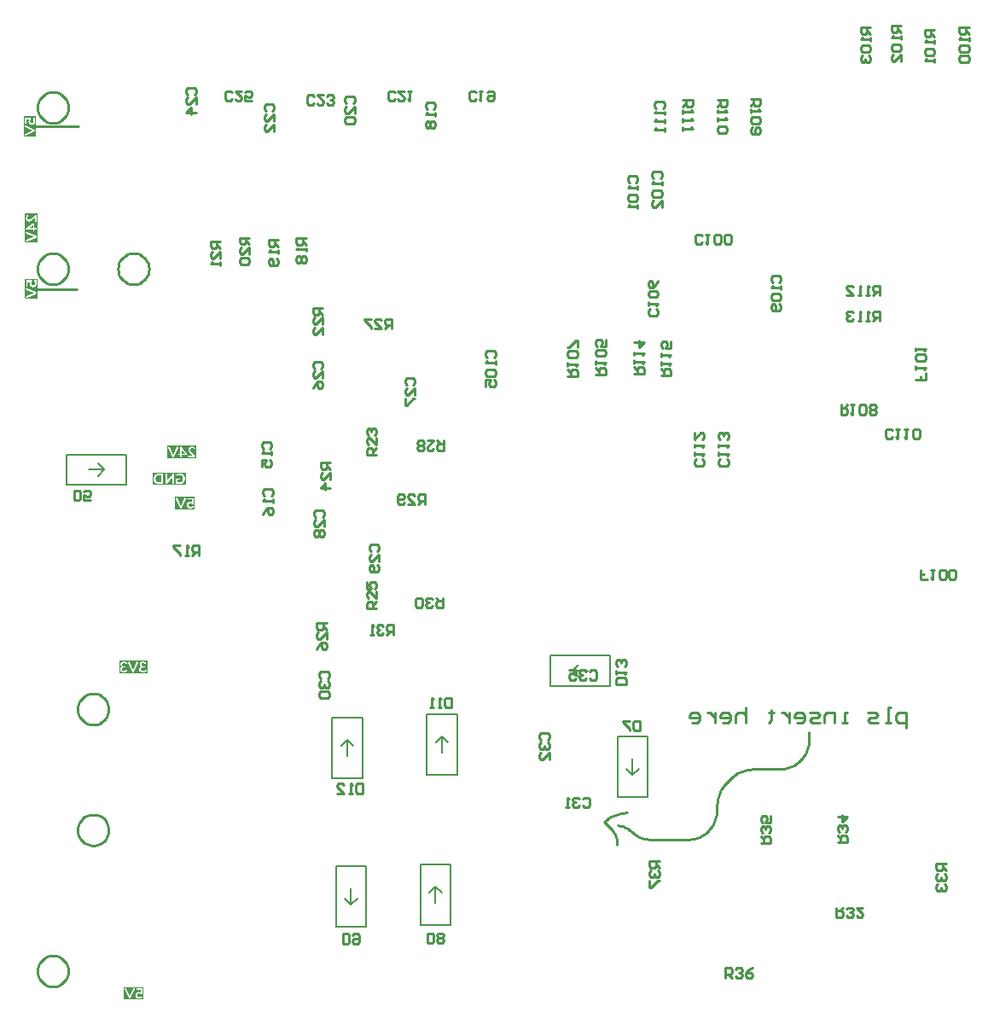
<source format=gbo>
G04*
G04 #@! TF.GenerationSoftware,Altium Limited,Altium Designer,23.6.0 (18)*
G04*
G04 Layer_Color=32896*
%FSLAX44Y44*%
%MOMM*%
G71*
G04*
G04 #@! TF.SameCoordinates,14B29CA8-F054-4B9D-9142-CABF167E231F*
G04*
G04*
G04 #@! TF.FilePolarity,Positive*
G04*
G01*
G75*
%ADD11C,0.2540*%
%ADD12C,0.2000*%
G36*
X599440Y417830D02*
X579553D01*
Y430292D01*
X599440D01*
Y417830D01*
D02*
G37*
G36*
X494030Y1112953D02*
X481568D01*
Y1132840D01*
X494030D01*
Y1112953D01*
D02*
G37*
G36*
X492760Y1274243D02*
X480298D01*
Y1294130D01*
X492760D01*
Y1274243D01*
D02*
G37*
G36*
X641350Y940869D02*
Y928370D01*
X608298D01*
Y940869D01*
X641350D01*
D02*
G37*
G36*
X651510Y955040D02*
X622753D01*
Y967520D01*
X651510D01*
Y955040D01*
D02*
G37*
G36*
X650240Y904240D02*
X630353D01*
Y916702D01*
X650240D01*
Y904240D01*
D02*
G37*
G36*
X494030Y1168854D02*
X481550D01*
Y1197610D01*
X494030D01*
Y1168854D01*
D02*
G37*
G36*
X603250Y741680D02*
X574919D01*
Y754179D01*
X603250D01*
Y741680D01*
D02*
G37*
%LPC*%
G36*
X598440Y429181D02*
X591256D01*
X592515D01*
X592441Y429162D01*
X592348D01*
X592163Y429088D01*
X592070Y429051D01*
X591978Y428977D01*
X591959D01*
X591941Y428940D01*
X591867Y428848D01*
X591792Y428662D01*
X591755Y428551D01*
Y428422D01*
Y428403D01*
Y428366D01*
X591774Y428292D01*
Y428218D01*
X591848Y428033D01*
X591904Y427940D01*
X591978Y427848D01*
X592015Y427811D01*
X592070Y427792D01*
X592126Y427755D01*
X592311Y427681D01*
X592441Y427662D01*
X592570Y427644D01*
X596348D01*
Y424869D01*
X596255Y424940D01*
X596051Y425070D01*
X595829Y425181D01*
X595792Y425200D01*
X595718Y425218D01*
X595588Y425274D01*
X595422Y425329D01*
X595218Y425366D01*
X594977Y425422D01*
X594737Y425440D01*
X594459Y425459D01*
X594292D01*
X594107Y425440D01*
X593885Y425403D01*
X593626Y425348D01*
X593348Y425274D01*
X593052Y425181D01*
X592774Y425033D01*
X592737Y425014D01*
X592663Y424959D01*
X592533Y424866D01*
X592367Y424737D01*
X592181Y424570D01*
X591996Y424385D01*
X591830Y424144D01*
X591663Y423885D01*
X591644Y423848D01*
X591607Y423755D01*
X591533Y423607D01*
X591459Y423404D01*
X591385Y423144D01*
X591311Y422867D01*
X591274Y422533D01*
X591256Y422182D01*
Y422533D01*
Y422015D01*
X591274Y421830D01*
X591311Y421589D01*
X591367Y421311D01*
X591441Y421015D01*
X591552Y420719D01*
X591700Y420422D01*
X591718Y420385D01*
X591774Y420293D01*
X591885Y420163D01*
X592033Y419996D01*
X592218Y419793D01*
X592441Y419608D01*
X592700Y419404D01*
X592996Y419237D01*
X593033Y419219D01*
X593144Y419182D01*
X593311Y419108D01*
X593552Y419034D01*
X593848Y418960D01*
X594181Y418885D01*
X594570Y418848D01*
X594977Y418830D01*
X591256D01*
X598440D01*
X595107D01*
X595255Y418848D01*
X595459D01*
X595681Y418867D01*
X595959Y418904D01*
X596236Y418960D01*
X596533Y419015D01*
X596570Y419034D01*
X596662Y419052D01*
X596810Y419108D01*
X597014Y419163D01*
X597236Y419256D01*
X597477Y419367D01*
X597736Y419478D01*
X597996Y419626D01*
X598014D01*
X598033Y419663D01*
X598144Y419756D01*
X598273Y419885D01*
X598385Y420052D01*
Y420071D01*
X598403Y420089D01*
X598422Y420200D01*
X598440Y420348D01*
X598422Y420533D01*
Y420552D01*
X598403Y420571D01*
X598366Y420682D01*
X598310Y420811D01*
X598199Y420941D01*
X598162Y420959D01*
X598088Y421034D01*
X597959Y421089D01*
X597792Y421126D01*
X597625D01*
X597459Y421089D01*
X597366Y421052D01*
X597255Y420996D01*
X597236Y420978D01*
X597162Y420941D01*
X597051Y420885D01*
X596922Y420830D01*
X596755Y420756D01*
X596570Y420682D01*
X596181Y420533D01*
X596162D01*
X596088Y420515D01*
X595977Y420478D01*
X595829Y420460D01*
X595644Y420422D01*
X595440Y420385D01*
X594996Y420367D01*
X594885D01*
X594774Y420385D01*
X594644Y420404D01*
X594477Y420422D01*
X594292Y420460D01*
X594126Y420515D01*
X593959Y420589D01*
X593941Y420608D01*
X593885Y420626D01*
X593811Y420682D01*
X593700Y420756D01*
X593496Y420941D01*
X593385Y421071D01*
X593292Y421200D01*
X593274Y421219D01*
X593255Y421274D01*
X593218Y421348D01*
X593163Y421459D01*
X593126Y421589D01*
X593089Y421756D01*
X593070Y421922D01*
X593052Y422107D01*
Y422126D01*
Y422145D01*
Y422237D01*
X593070Y422385D01*
X593107Y422570D01*
X593181Y422793D01*
X593255Y423015D01*
X593385Y423218D01*
X593552Y423422D01*
X593570Y423441D01*
X593644Y423496D01*
X593755Y423589D01*
X593903Y423681D01*
X594089Y423755D01*
X594329Y423848D01*
X594589Y423904D01*
X594903Y423922D01*
X595070D01*
X595181Y423904D01*
X595329Y423885D01*
X595477Y423867D01*
X595811Y423774D01*
X595829D01*
X595885Y423737D01*
X595959Y423700D01*
X596070Y423663D01*
X596199Y423589D01*
X596348Y423496D01*
X596496Y423385D01*
X596662Y423256D01*
X596681Y423237D01*
X596755Y423181D01*
X596866Y423107D01*
X596996Y423015D01*
X597033Y422996D01*
X597125Y422978D01*
X597255Y422941D01*
X597422Y422922D01*
X597477D01*
X597551Y422941D01*
X597625D01*
X597810Y422996D01*
X597977Y423107D01*
X598014Y423144D01*
X598070Y423237D01*
X598125Y423404D01*
X598162Y423626D01*
Y428366D01*
Y428385D01*
Y428422D01*
X598144Y428496D01*
Y428588D01*
X598070Y428773D01*
X598033Y428866D01*
X597959Y428959D01*
X597940Y428977D01*
X597921Y428996D01*
X597866Y429033D01*
X597792Y429070D01*
X597607Y429144D01*
X597477Y429181D01*
X598440D01*
D02*
G37*
G36*
X589589Y429292D02*
X589441D01*
X589348Y429273D01*
X589145Y429218D01*
X589052Y429162D01*
X588960Y429107D01*
X588941D01*
X588923Y429070D01*
X588830Y428977D01*
X588719Y428810D01*
X588663Y428699D01*
X588608Y428570D01*
X585479Y421336D01*
X582349Y428588D01*
Y428607D01*
X582331Y428644D01*
X582294Y428718D01*
X582238Y428792D01*
X582127Y428959D01*
X581979Y429107D01*
X581960D01*
X581942Y429144D01*
X581886Y429162D01*
X581812Y429199D01*
X581627Y429255D01*
X581368Y429292D01*
X586260D01*
X580553D01*
D01*
X581257D01*
X581183Y429273D01*
X581016Y429218D01*
X580849Y429125D01*
X580831D01*
X580812Y429107D01*
X580738Y429014D01*
X580645Y428885D01*
X580572Y428699D01*
Y428681D01*
Y428644D01*
X580553Y428588D01*
X580572Y428514D01*
X580590Y428311D01*
X580627Y428199D01*
X580683Y428070D01*
X584460Y419552D01*
Y419534D01*
X584497Y419497D01*
X584534Y419422D01*
X584571Y419348D01*
X584701Y419182D01*
X584867Y419015D01*
X584886D01*
X584904Y418997D01*
X584960Y418960D01*
X585034Y418941D01*
X585127Y418904D01*
X585238Y418867D01*
X585515Y418848D01*
X585571D01*
X585645Y418867D01*
X585738D01*
X585960Y418923D01*
X586163Y419015D01*
X586182D01*
X586200Y419052D01*
X586312Y419145D01*
X586441Y419311D01*
X586571Y419552D01*
X590348Y428070D01*
Y428088D01*
X590367Y428125D01*
X590404Y428199D01*
X590422Y428274D01*
X590459Y428477D01*
Y428588D01*
X590441Y428699D01*
Y428718D01*
X590422Y428755D01*
X590367Y428866D01*
X590293Y428996D01*
X590145Y429125D01*
X590126D01*
X590107Y429144D01*
X590052Y429181D01*
X589978Y429218D01*
X589811Y429273D01*
X589589Y429292D01*
D02*
G37*
G36*
X493030Y1131840D02*
D01*
Y1128507D01*
X493012Y1128655D01*
Y1128859D01*
X492993Y1129081D01*
X492956Y1129359D01*
X492900Y1129637D01*
X492845Y1129933D01*
X492826Y1129970D01*
X492808Y1130062D01*
X492752Y1130210D01*
X492697Y1130414D01*
X492604Y1130636D01*
X492493Y1130877D01*
X492382Y1131136D01*
X492234Y1131396D01*
Y1131414D01*
X492197Y1131433D01*
X492104Y1131544D01*
X491975Y1131673D01*
X491808Y1131785D01*
X491789D01*
X491771Y1131803D01*
X491660Y1131822D01*
X491512Y1131840D01*
X491326Y1131822D01*
X491308D01*
X491289Y1131803D01*
X491178Y1131766D01*
X491049Y1131710D01*
X490919Y1131599D01*
X490901Y1131562D01*
X490826Y1131488D01*
X490771Y1131359D01*
X490734Y1131192D01*
Y1131025D01*
X490771Y1130859D01*
X490808Y1130766D01*
X490864Y1130655D01*
X490882Y1130636D01*
X490919Y1130562D01*
X490975Y1130451D01*
X491030Y1130322D01*
X491104Y1130155D01*
X491178Y1129970D01*
X491326Y1129581D01*
Y1129563D01*
X491345Y1129488D01*
X491382Y1129377D01*
X491400Y1129229D01*
X491438Y1129044D01*
X491475Y1128840D01*
X491493Y1128396D01*
Y1128285D01*
X491475Y1128174D01*
X491456Y1128044D01*
X491438Y1127877D01*
X491400Y1127692D01*
X491345Y1127526D01*
X491271Y1127359D01*
X491252Y1127340D01*
X491234Y1127285D01*
X491178Y1127211D01*
X491104Y1127100D01*
X490919Y1126896D01*
X490789Y1126785D01*
X490660Y1126692D01*
X490641Y1126674D01*
X490586Y1126655D01*
X490512Y1126618D01*
X490401Y1126563D01*
X490271Y1126526D01*
X490104Y1126489D01*
X489938Y1126470D01*
X489753Y1126452D01*
X489734D01*
X489715D01*
X489623D01*
X489475Y1126470D01*
X489290Y1126507D01*
X489067Y1126581D01*
X488845Y1126655D01*
X488642Y1126785D01*
X488438Y1126952D01*
X488419Y1126970D01*
X488364Y1127044D01*
X488271Y1127155D01*
X488179Y1127303D01*
X488105Y1127489D01*
X488012Y1127729D01*
X487957Y1127989D01*
X487938Y1128303D01*
Y1128470D01*
X487957Y1128581D01*
X487975Y1128729D01*
X487994Y1128877D01*
X488086Y1129211D01*
Y1129229D01*
X488123Y1129285D01*
X488160Y1129359D01*
X488197Y1129470D01*
X488271Y1129600D01*
X488364Y1129748D01*
X488475Y1129896D01*
X488605Y1130062D01*
X488623Y1130081D01*
X488679Y1130155D01*
X488753Y1130266D01*
X488845Y1130396D01*
X488864Y1130433D01*
X488882Y1130525D01*
X488919Y1130655D01*
X488938Y1130822D01*
Y1130877D01*
X488919Y1130951D01*
Y1131025D01*
X488864Y1131210D01*
X488753Y1131377D01*
X488716Y1131414D01*
X488623Y1131470D01*
X488456Y1131525D01*
X488234Y1131562D01*
X483494D01*
X483475D01*
X483438D01*
X483364Y1131544D01*
X483272D01*
X483087Y1131470D01*
X482994Y1131433D01*
X482901Y1131359D01*
X482883Y1131340D01*
X482864Y1131321D01*
X482827Y1131266D01*
X482790Y1131192D01*
X482716Y1131007D01*
X482679Y1130877D01*
Y1125915D01*
X482698Y1125841D01*
Y1125748D01*
X482772Y1125563D01*
X482809Y1125470D01*
X482883Y1125378D01*
Y1125359D01*
X482920Y1125341D01*
X483013Y1125267D01*
X483198Y1125192D01*
X483309Y1125155D01*
X483438D01*
X483457D01*
X483494D01*
X483568Y1125174D01*
X483642D01*
X483827Y1125248D01*
X483920Y1125304D01*
X484012Y1125378D01*
X484049Y1125415D01*
X484068Y1125470D01*
X484105Y1125526D01*
X484179Y1125711D01*
X484198Y1125841D01*
X484216Y1125970D01*
Y1129748D01*
X486992D01*
X486920Y1129655D01*
X486790Y1129451D01*
X486679Y1129229D01*
X486660Y1129192D01*
X486642Y1129118D01*
X486586Y1128988D01*
X486531Y1128822D01*
X486494Y1128618D01*
X486438Y1128377D01*
X486420Y1128137D01*
X486401Y1127859D01*
Y1127692D01*
X486420Y1127507D01*
X486457Y1127285D01*
X486512Y1127026D01*
X486586Y1126748D01*
X486679Y1126452D01*
X486827Y1126174D01*
X486846Y1126137D01*
X486901Y1126063D01*
X486994Y1125933D01*
X487123Y1125767D01*
X487290Y1125581D01*
X487475Y1125396D01*
X487716Y1125230D01*
X487975Y1125063D01*
X488012Y1125044D01*
X488105Y1125007D01*
X488253Y1124933D01*
X488456Y1124859D01*
X488716Y1124785D01*
X488993Y1124711D01*
X489327Y1124674D01*
X489678Y1124656D01*
X482679D01*
X493030D01*
Y1131840D01*
D02*
G37*
G36*
X483383Y1123859D02*
X482568D01*
Y1122841D01*
X482587Y1122748D01*
X482642Y1122545D01*
X482698Y1122452D01*
X482753Y1122359D01*
Y1122341D01*
X482790Y1122322D01*
X482883Y1122230D01*
X483050Y1122119D01*
X483161Y1122063D01*
X483290Y1122008D01*
X490524Y1118879D01*
X483272Y1115749D01*
X483253D01*
X483216Y1115731D01*
X483142Y1115694D01*
X483068Y1115638D01*
X482901Y1115527D01*
X482753Y1115379D01*
Y1115360D01*
X482716Y1115342D01*
X482698Y1115286D01*
X482661Y1115212D01*
X482605Y1115027D01*
X482568Y1114768D01*
Y1114657D01*
X482587Y1114583D01*
X482642Y1114416D01*
X482735Y1114249D01*
Y1114231D01*
X482753Y1114212D01*
X482846Y1114138D01*
X482976Y1114045D01*
X483161Y1113971D01*
X483179D01*
X483216D01*
X483272Y1113953D01*
D01*
X483346Y1113971D01*
X483549Y1113990D01*
X483661Y1114027D01*
X483790Y1114083D01*
X492308Y1117860D01*
X492326D01*
X492363Y1117897D01*
X492438Y1117934D01*
X492511Y1117971D01*
X492678Y1118101D01*
X492845Y1118267D01*
Y1118286D01*
X492863Y1118304D01*
X492900Y1118360D01*
X492919Y1118434D01*
X492956Y1118527D01*
X492993Y1118638D01*
X493012Y1118915D01*
Y1118971D01*
X492993Y1119045D01*
Y1119138D01*
X492937Y1119360D01*
X492845Y1119564D01*
Y1119582D01*
X492808Y1119601D01*
X492715Y1119712D01*
X492549Y1119841D01*
X492308Y1119971D01*
X483790Y1123748D01*
X483772D01*
X483735Y1123767D01*
X483661Y1123804D01*
X483587Y1123822D01*
X483383Y1123859D01*
D02*
G37*
%LPD*%
G36*
X493030Y1124656D02*
X489845D01*
X490030Y1124674D01*
X490271Y1124711D01*
X490549Y1124767D01*
X490845Y1124841D01*
X491141Y1124952D01*
X491438Y1125100D01*
X491475Y1125118D01*
X491567Y1125174D01*
X491697Y1125285D01*
X491864Y1125433D01*
X492067Y1125618D01*
X492252Y1125841D01*
X492456Y1126100D01*
X492623Y1126396D01*
X492641Y1126433D01*
X492678Y1126544D01*
X492752Y1126711D01*
X492826Y1126952D01*
X492900Y1127248D01*
X492975Y1127581D01*
X493012Y1127970D01*
X493030Y1128377D01*
Y1124656D01*
D02*
G37*
G36*
X483161Y1123841D02*
X483142D01*
X483105Y1123822D01*
X482994Y1123767D01*
X482864Y1123693D01*
X482735Y1123545D01*
Y1123526D01*
X482716Y1123508D01*
X482679Y1123452D01*
X482642Y1123378D01*
X482587Y1123211D01*
X482568Y1122989D01*
Y1123859D01*
X483272D01*
X483161Y1123841D01*
D02*
G37*
%LPC*%
G36*
X491760Y1293130D02*
D01*
Y1289797D01*
X491741Y1289945D01*
Y1290149D01*
X491723Y1290371D01*
X491686Y1290649D01*
X491630Y1290927D01*
X491575Y1291223D01*
X491556Y1291260D01*
X491538Y1291352D01*
X491482Y1291501D01*
X491427Y1291704D01*
X491334Y1291926D01*
X491223Y1292167D01*
X491112Y1292426D01*
X490964Y1292686D01*
Y1292704D01*
X490927Y1292723D01*
X490834Y1292834D01*
X490704Y1292963D01*
X490538Y1293074D01*
X490519D01*
X490501Y1293093D01*
X490390Y1293112D01*
X490242Y1293130D01*
X490056Y1293112D01*
X490038D01*
X490019Y1293093D01*
X489908Y1293056D01*
X489779Y1293000D01*
X489649Y1292889D01*
X489631Y1292852D01*
X489557Y1292778D01*
X489501Y1292649D01*
X489464Y1292482D01*
Y1292315D01*
X489501Y1292149D01*
X489538Y1292056D01*
X489594Y1291945D01*
X489612Y1291926D01*
X489649Y1291852D01*
X489705Y1291741D01*
X489760Y1291612D01*
X489834Y1291445D01*
X489908Y1291260D01*
X490056Y1290871D01*
Y1290853D01*
X490075Y1290778D01*
X490112Y1290667D01*
X490131Y1290519D01*
X490168Y1290334D01*
X490205Y1290130D01*
X490223Y1289686D01*
Y1289575D01*
X490205Y1289464D01*
X490186Y1289334D01*
X490168Y1289167D01*
X490131Y1288982D01*
X490075Y1288816D01*
X490001Y1288649D01*
X489982Y1288631D01*
X489964Y1288575D01*
X489908Y1288501D01*
X489834Y1288390D01*
X489649Y1288186D01*
X489520Y1288075D01*
X489390Y1287982D01*
X489371Y1287964D01*
X489316Y1287945D01*
X489242Y1287908D01*
X489131Y1287853D01*
X489001Y1287816D01*
X488834Y1287779D01*
X488668Y1287760D01*
X488483Y1287742D01*
X488464D01*
X488446D01*
X488353D01*
X488205Y1287760D01*
X488020Y1287797D01*
X487797Y1287871D01*
X487575Y1287945D01*
X487371Y1288075D01*
X487168Y1288242D01*
X487149Y1288260D01*
X487094Y1288334D01*
X487001Y1288445D01*
X486909Y1288593D01*
X486835Y1288779D01*
X486742Y1289019D01*
X486686Y1289279D01*
X486668Y1289593D01*
Y1289760D01*
X486686Y1289871D01*
X486705Y1290019D01*
X486724Y1290167D01*
X486816Y1290501D01*
Y1290519D01*
X486853Y1290575D01*
X486890Y1290649D01*
X486927Y1290760D01*
X487001Y1290889D01*
X487094Y1291038D01*
X487205Y1291186D01*
X487335Y1291352D01*
X487353Y1291371D01*
X487409Y1291445D01*
X487483Y1291556D01*
X487575Y1291686D01*
X487594Y1291723D01*
X487612Y1291815D01*
X487649Y1291945D01*
X487668Y1292112D01*
Y1292167D01*
X487649Y1292241D01*
Y1292315D01*
X487594Y1292500D01*
X487483Y1292667D01*
X487446Y1292704D01*
X487353Y1292760D01*
X487186Y1292815D01*
X486964Y1292852D01*
X482224D01*
X482205D01*
X482168D01*
X482094Y1292834D01*
X482002D01*
X481817Y1292760D01*
X481724Y1292723D01*
X481631Y1292649D01*
X481613Y1292630D01*
X481594Y1292612D01*
X481557Y1292556D01*
X481520Y1292482D01*
X481446Y1292297D01*
X481409Y1292167D01*
Y1287205D01*
X481428Y1287131D01*
Y1287038D01*
X481502Y1286853D01*
X481539Y1286760D01*
X481613Y1286668D01*
Y1286649D01*
X481650Y1286631D01*
X481743Y1286557D01*
X481928Y1286483D01*
X482039Y1286445D01*
X482168D01*
X482187D01*
X482224D01*
X482298Y1286464D01*
X482372D01*
X482557Y1286538D01*
X482650Y1286594D01*
X482742Y1286668D01*
X482779Y1286705D01*
X482798Y1286760D01*
X482835Y1286816D01*
X482909Y1287001D01*
X482928Y1287131D01*
X482946Y1287260D01*
Y1291038D01*
X485722D01*
X485649Y1290945D01*
X485520Y1290741D01*
X485409Y1290519D01*
X485390Y1290482D01*
X485372Y1290408D01*
X485316Y1290278D01*
X485261Y1290112D01*
X485224Y1289908D01*
X485168Y1289667D01*
X485150Y1289427D01*
X485131Y1289149D01*
Y1288982D01*
X485150Y1288797D01*
X485187Y1288575D01*
X485242Y1288316D01*
X485316Y1288038D01*
X485409Y1287742D01*
X485557Y1287464D01*
X485575Y1287427D01*
X485631Y1287353D01*
X485724Y1287223D01*
X485853Y1287057D01*
X486020Y1286871D01*
X486205Y1286686D01*
X486446Y1286520D01*
X486705Y1286353D01*
X486742Y1286334D01*
X486835Y1286297D01*
X486983Y1286223D01*
X487186Y1286149D01*
X487446Y1286075D01*
X487723Y1286001D01*
X488057Y1285964D01*
X488409Y1285946D01*
X481409D01*
X491760D01*
Y1293130D01*
D02*
G37*
G36*
X482113Y1285149D02*
X481298D01*
Y1284131D01*
X481317Y1284038D01*
X481372Y1283835D01*
X481428Y1283742D01*
X481483Y1283649D01*
Y1283631D01*
X481520Y1283613D01*
X481613Y1283520D01*
X481780Y1283409D01*
X481891Y1283353D01*
X482020Y1283298D01*
X489254Y1280169D01*
X482002Y1277039D01*
X481983D01*
X481946Y1277021D01*
X481872Y1276984D01*
X481798Y1276928D01*
X481631Y1276817D01*
X481483Y1276669D01*
Y1276650D01*
X481446Y1276632D01*
X481428Y1276576D01*
X481391Y1276502D01*
X481335Y1276317D01*
X481298Y1276058D01*
Y1275947D01*
X481317Y1275873D01*
X481372Y1275706D01*
X481465Y1275539D01*
Y1275521D01*
X481483Y1275502D01*
X481576Y1275428D01*
X481706Y1275336D01*
X481891Y1275262D01*
X481909D01*
X481946D01*
X482002Y1275243D01*
D01*
X482076Y1275262D01*
X482280Y1275280D01*
X482391Y1275317D01*
X482520Y1275373D01*
X491038Y1279150D01*
X491056D01*
X491093Y1279187D01*
X491167Y1279224D01*
X491241Y1279261D01*
X491408Y1279391D01*
X491575Y1279557D01*
Y1279576D01*
X491593Y1279594D01*
X491630Y1279650D01*
X491649Y1279724D01*
X491686Y1279817D01*
X491723Y1279928D01*
X491741Y1280205D01*
Y1280261D01*
X491723Y1280335D01*
Y1280428D01*
X491667Y1280650D01*
X491575Y1280853D01*
Y1280872D01*
X491538Y1280891D01*
X491445Y1281002D01*
X491278Y1281131D01*
X491038Y1281261D01*
X482520Y1285038D01*
X482502D01*
X482465Y1285057D01*
X482391Y1285094D01*
X482317Y1285112D01*
X482113Y1285149D01*
D02*
G37*
%LPD*%
G36*
X491760Y1285946D02*
X488575D01*
X488760Y1285964D01*
X489001Y1286001D01*
X489279Y1286057D01*
X489575Y1286131D01*
X489871Y1286242D01*
X490168Y1286390D01*
X490205Y1286409D01*
X490297Y1286464D01*
X490427Y1286575D01*
X490593Y1286723D01*
X490797Y1286908D01*
X490982Y1287131D01*
X491186Y1287390D01*
X491353Y1287686D01*
X491371Y1287723D01*
X491408Y1287834D01*
X491482Y1288001D01*
X491556Y1288242D01*
X491630Y1288538D01*
X491704Y1288871D01*
X491741Y1289260D01*
X491760Y1289667D01*
Y1285946D01*
D02*
G37*
G36*
X481891Y1285131D02*
X481872D01*
X481835Y1285112D01*
X481724Y1285057D01*
X481594Y1284983D01*
X481465Y1284835D01*
Y1284816D01*
X481446Y1284798D01*
X481409Y1284742D01*
X481372Y1284668D01*
X481317Y1284501D01*
X481298Y1284279D01*
Y1285149D01*
X482002D01*
X481891Y1285131D01*
D02*
G37*
%LPC*%
G36*
X618463Y939721D02*
X609298D01*
X614427D01*
X614242Y939702D01*
X614019Y939684D01*
X613779Y939647D01*
X613501Y939610D01*
X613205Y939554D01*
X612890Y939480D01*
X612575Y939406D01*
X612242Y939295D01*
X611908Y939165D01*
X611594Y939017D01*
X611279Y938832D01*
X610983Y938647D01*
X610705Y938406D01*
X610686Y938388D01*
X610649Y938351D01*
X610575Y938277D01*
X610483Y938165D01*
X610372Y938017D01*
X610261Y937869D01*
X610131Y937665D01*
X610001Y937443D01*
X609872Y937184D01*
X609742Y936906D01*
X609631Y936591D01*
X609520Y936258D01*
X609427Y935888D01*
X609353Y935480D01*
X609316Y935055D01*
X609298Y934610D01*
Y934407D01*
X609316Y934295D01*
Y934166D01*
X609335Y933888D01*
X609390Y933536D01*
X609446Y933166D01*
X609538Y932796D01*
X609650Y932425D01*
Y932407D01*
X609668Y932388D01*
X609687Y932333D01*
X609724Y932277D01*
X609798Y932092D01*
X609909Y931870D01*
X610057Y931610D01*
X610242Y931351D01*
X610464Y931074D01*
X610705Y930814D01*
X610742Y930777D01*
X610835Y930703D01*
X610983Y930592D01*
X611168Y930444D01*
X611409Y930296D01*
X611705Y930129D01*
X612038Y929962D01*
X612390Y929833D01*
X612408D01*
X612427Y929814D01*
X612482Y929796D01*
X612557Y929777D01*
X612649Y929759D01*
X612760Y929722D01*
X613038Y929666D01*
X613371Y929611D01*
X613760Y929555D01*
X614205Y929518D01*
X614668Y929500D01*
X609298D01*
X618463D01*
Y938813D01*
X618445Y938906D01*
X618426Y939017D01*
X618352Y939239D01*
X618297Y939369D01*
X618223Y939462D01*
X618204Y939480D01*
X618167Y939499D01*
X618112Y939536D01*
X618037Y939591D01*
X617926Y939647D01*
X617797Y939684D01*
X617649Y939702D01*
X617482Y939721D01*
X618463D01*
D02*
G37*
G36*
X629333Y939832D02*
X620704D01*
D01*
X621500D01*
X621426Y939813D01*
X621334Y939795D01*
X621111Y939739D01*
X621019Y939665D01*
X620926Y939591D01*
X620908Y939573D01*
X620889Y939554D01*
X620852Y939499D01*
X620815Y939425D01*
X620778Y939332D01*
X620741Y939239D01*
X620704Y939110D01*
Y929389D01*
Y930166D01*
X620722Y930092D01*
Y930018D01*
X620797Y929796D01*
X620834Y929703D01*
X620908Y929611D01*
X620945Y929574D01*
X621056Y929500D01*
X621222Y929426D01*
X621334Y929407D01*
X621463Y929389D01*
X621574D01*
X621648Y929407D01*
X621833Y929444D01*
X622000Y929500D01*
X622037Y929518D01*
X622130Y929611D01*
X622259Y929740D01*
X622426Y929926D01*
X627611Y936688D01*
Y930277D01*
Y930259D01*
Y930203D01*
X627629Y930129D01*
Y930037D01*
X627703Y929814D01*
X627759Y929703D01*
X627833Y929611D01*
X627870Y929574D01*
X627925Y929537D01*
X627981Y929500D01*
X628074Y929463D01*
X628185Y929426D01*
X628314Y929407D01*
X628462Y929389D01*
X628536D01*
X628610Y929407D01*
X628703Y929426D01*
X628907Y929481D01*
X629018Y929537D01*
X629110Y929611D01*
Y929629D01*
X629147Y929648D01*
X629184Y929703D01*
X629221Y929777D01*
X629259Y929870D01*
X629296Y929981D01*
X629314Y930129D01*
X629333Y930277D01*
Y929426D01*
Y938980D01*
D01*
X629314Y939073D01*
X629296Y939165D01*
X629240Y939388D01*
X629184Y939499D01*
X629110Y939591D01*
X629092Y939610D01*
X629073Y939628D01*
X629018Y939665D01*
X628944Y939721D01*
X628759Y939795D01*
X628647Y939813D01*
X628518Y939832D01*
X629333D01*
D01*
D02*
G37*
G36*
X635110Y939869D02*
X631481D01*
Y929370D01*
Y930629D01*
X631499Y930555D01*
X631536Y930388D01*
X631610Y930203D01*
X631629Y930166D01*
X631703Y930074D01*
X631814Y929981D01*
X631999Y929889D01*
X632036Y929870D01*
X632110Y929851D01*
X632240Y929796D01*
X632425Y929759D01*
X632647Y929685D01*
X632888Y929629D01*
X633184Y929555D01*
X633480Y929500D01*
X633517D01*
X633629Y929481D01*
X633777Y929463D01*
X633980Y929444D01*
X634240Y929407D01*
X634499Y929389D01*
X635091Y929370D01*
X635258D01*
X635369Y929389D01*
X635517D01*
X635684Y929407D01*
X635887Y929426D01*
X636091Y929444D01*
X636536Y929518D01*
X637017Y929629D01*
X637498Y929796D01*
X637961Y930000D01*
X637980D01*
X638017Y930037D01*
X638073Y930074D01*
X638147Y930111D01*
X638369Y930259D01*
X638628Y930462D01*
X638906Y930722D01*
X639202Y931018D01*
X639480Y931388D01*
X639739Y931796D01*
Y931814D01*
X639757Y931851D01*
X639795Y931925D01*
X639832Y931999D01*
X639887Y932129D01*
X639924Y932259D01*
X639980Y932407D01*
X640035Y932592D01*
X640109Y932777D01*
X640165Y932999D01*
X640257Y933481D01*
X640331Y934018D01*
X640350Y934592D01*
Y934795D01*
X640331Y934906D01*
Y935036D01*
X640313Y935332D01*
X640257Y935666D01*
X640202Y936036D01*
X640109Y936406D01*
X639998Y936777D01*
Y936795D01*
X639980Y936814D01*
X639961Y936869D01*
X639924Y936943D01*
X639850Y937129D01*
X639739Y937351D01*
X639591Y937610D01*
X639424Y937888D01*
X639221Y938184D01*
X638980Y938443D01*
X638943Y938480D01*
X638850Y938554D01*
X638721Y938684D01*
X638517Y938832D01*
X638276Y938999D01*
X637998Y939184D01*
X637684Y939350D01*
X637332Y939499D01*
X637313D01*
X637295Y939517D01*
X637239Y939536D01*
X637165Y939554D01*
X637073Y939591D01*
X636962Y939610D01*
X636684Y939684D01*
X636350Y939758D01*
X635980Y939813D01*
X635554Y939850D01*
X635110Y939869D01*
D02*
G37*
%LPD*%
G36*
X616612Y931037D02*
X614630D01*
X614464Y931055D01*
X614242Y931074D01*
X614001Y931092D01*
X613742Y931129D01*
X613482Y931185D01*
X613223Y931259D01*
X613186Y931277D01*
X613112Y931296D01*
X612982Y931351D01*
X612834Y931425D01*
X612649Y931518D01*
X612464Y931629D01*
X612279Y931777D01*
X612112Y931925D01*
X612094Y931944D01*
X612038Y931999D01*
X611964Y932111D01*
X611871Y932240D01*
X611760Y932388D01*
X611649Y932573D01*
X611557Y932796D01*
X611464Y933036D01*
X611446Y933073D01*
X611427Y933166D01*
X611390Y933296D01*
X611353Y933499D01*
X611316Y933721D01*
X611279Y933999D01*
X611242Y934295D01*
Y934610D01*
Y934629D01*
Y934684D01*
Y934777D01*
X611260Y934906D01*
Y935055D01*
X611279Y935221D01*
X611353Y935629D01*
X611464Y936055D01*
X611612Y936499D01*
X611834Y936925D01*
X611983Y937110D01*
X612131Y937295D01*
X612149Y937314D01*
X612168Y937332D01*
X612223Y937369D01*
X612297Y937443D01*
X612390Y937499D01*
X612501Y937573D01*
X612631Y937665D01*
X612779Y937739D01*
X612964Y937832D01*
X613168Y937906D01*
X613371Y937980D01*
X613612Y938054D01*
X613871Y938110D01*
X614149Y938147D01*
X614464Y938165D01*
X614779Y938184D01*
X616612D01*
Y931037D01*
D02*
G37*
G36*
X618463Y929500D02*
X617556D01*
X617649Y929518D01*
X617760Y929537D01*
X618000Y929611D01*
X618112Y929666D01*
X618223Y929740D01*
X618241Y929759D01*
X618260Y929796D01*
X618297Y929851D01*
X618334Y929926D01*
X618389Y930037D01*
X618426Y930166D01*
X618445Y930314D01*
X618463Y930481D01*
Y929500D01*
D02*
G37*
G36*
X628333Y939813D02*
X628166Y939776D01*
X628018Y939702D01*
X627981Y939684D01*
X627907Y939610D01*
X627777Y939480D01*
X627629Y939295D01*
X622444Y932595D01*
Y938962D01*
Y938980D01*
Y939036D01*
X622426Y939110D01*
X622407Y939202D01*
X622352Y939406D01*
X622296Y939499D01*
X622222Y939591D01*
X622204Y939610D01*
X622185Y939628D01*
X622130Y939665D01*
X622056Y939721D01*
X621963Y939758D01*
X621852Y939795D01*
X621722Y939813D01*
X621574Y939832D01*
X628407D01*
X628333Y939813D01*
D02*
G37*
G36*
X634813Y939850D02*
X634591D01*
X634351Y939813D01*
X634073Y939776D01*
X633777Y939739D01*
X633480Y939665D01*
X633443D01*
X633332Y939628D01*
X633184Y939591D01*
X632980Y939517D01*
X632740Y939425D01*
X632480Y939313D01*
X632203Y939184D01*
X631925Y939017D01*
X631906D01*
X631888Y938980D01*
X631795Y938906D01*
X631684Y938776D01*
X631610Y938610D01*
Y938591D01*
X631592Y938573D01*
X631573Y938462D01*
X631555Y938314D01*
X631592Y938147D01*
Y938128D01*
X631610Y938110D01*
X631647Y937999D01*
X631703Y937869D01*
X631814Y937721D01*
X631832Y937702D01*
X631925Y937628D01*
X632036Y937573D01*
X632203Y937517D01*
X632351D01*
X632536Y937554D01*
X632740Y937628D01*
X632758Y937647D01*
X632832Y937684D01*
X632943Y937739D01*
X633073Y937814D01*
X633240Y937888D01*
X633443Y937962D01*
X633629Y938036D01*
X633851Y938091D01*
X633869D01*
X633943Y938110D01*
X634073Y938147D01*
X634221Y938165D01*
X634406Y938202D01*
X634628Y938221D01*
X634851Y938239D01*
X635295D01*
X635480Y938221D01*
X635739Y938184D01*
X636017Y938128D01*
X636332Y938054D01*
X636628Y937962D01*
X636924Y937814D01*
X636962Y937795D01*
X637054Y937739D01*
X637184Y937628D01*
X637332Y937499D01*
X637517Y937332D01*
X637702Y937110D01*
X637887Y936869D01*
X638035Y936573D01*
X638054Y936536D01*
X638091Y936425D01*
X638147Y936258D01*
X638221Y936018D01*
X638295Y935740D01*
X638350Y935388D01*
X638387Y935018D01*
X638406Y934592D01*
Y934573D01*
Y934518D01*
Y934425D01*
X638387Y934295D01*
Y934147D01*
X638369Y933981D01*
X638332Y933777D01*
X638295Y933573D01*
X638202Y933147D01*
X638054Y932684D01*
X637832Y932259D01*
X637702Y932055D01*
X637554Y931870D01*
X637536Y931851D01*
X637517Y931833D01*
X637461Y931777D01*
X637387Y931722D01*
X637313Y931647D01*
X637202Y931573D01*
X637073Y931499D01*
X636924Y931407D01*
X636739Y931314D01*
X636554Y931240D01*
X636350Y931166D01*
X636128Y931092D01*
X635869Y931037D01*
X635610Y930981D01*
X635332Y930962D01*
X635017Y930944D01*
X634795D01*
X634647Y930962D01*
X634462D01*
X634258Y931000D01*
X633832Y931055D01*
X633814D01*
X633721Y931074D01*
X633610Y931111D01*
X633462Y931129D01*
X633295Y931185D01*
X633092Y931240D01*
X633036Y931257D01*
Y933647D01*
X634684D01*
X634758Y933666D01*
X634832D01*
X635017Y933721D01*
X635202Y933832D01*
X635239Y933869D01*
X635295Y933962D01*
X635350Y934129D01*
X635388Y934332D01*
Y934351D01*
Y934388D01*
X635369Y934444D01*
Y934518D01*
X635313Y934684D01*
X635202Y934832D01*
X635184D01*
X635165Y934869D01*
X635054Y934925D01*
X634869Y934980D01*
X634628Y935018D01*
X632184D01*
X632110Y934999D01*
X632036D01*
X631851Y934925D01*
X631758Y934888D01*
X631684Y934814D01*
X631666D01*
X631647Y934777D01*
X631573Y934684D01*
X631518Y934499D01*
X631481Y934388D01*
Y939869D01*
X634962D01*
X634813Y939850D01*
D02*
G37*
%LPC*%
G36*
X647455Y966520D02*
X643270D01*
X646973D01*
X646770Y966502D01*
X646510Y966483D01*
X646233Y966446D01*
X645918Y966372D01*
X645603Y966298D01*
X645307Y966187D01*
X645270Y966169D01*
X645177Y966132D01*
X645048Y966039D01*
X644881Y965946D01*
X644696Y965798D01*
X644511Y965632D01*
X644325Y965428D01*
X644159Y965206D01*
X644140Y965169D01*
X644103Y965095D01*
X644029Y964965D01*
X643955Y964780D01*
X643900Y964558D01*
X643826Y964298D01*
X643789Y964002D01*
X643770Y963669D01*
Y963650D01*
Y963558D01*
X643789Y963447D01*
Y963298D01*
X643826Y963113D01*
X643863Y962910D01*
X643900Y962688D01*
X643974Y962465D01*
Y962447D01*
X644011Y962373D01*
X644048Y962262D01*
X644122Y962113D01*
X644196Y961928D01*
X644307Y961725D01*
X644418Y961521D01*
X644566Y961299D01*
X644585Y961280D01*
X644640Y961188D01*
X644714Y961077D01*
X644844Y960928D01*
X644992Y960725D01*
X645159Y960521D01*
X645381Y960280D01*
X645603Y960040D01*
X647848Y957688D01*
X644011D01*
X643937Y957670D01*
X643844D01*
X643659Y957595D01*
X643566Y957558D01*
X643474Y957484D01*
X643455D01*
X643437Y957447D01*
X643363Y957355D01*
X643307Y957169D01*
X643270Y957058D01*
Y956873D01*
X643288Y956799D01*
Y956707D01*
X643363Y956521D01*
X643400Y956429D01*
X643474Y956336D01*
X643511Y956299D01*
X643566Y956281D01*
X643622Y956244D01*
X643807Y956188D01*
X644066Y956151D01*
X643270D01*
X650510D01*
X649473D01*
X649566Y956170D01*
X649658D01*
X649880Y956244D01*
X649992Y956281D01*
X650084Y956355D01*
Y956373D01*
X650121Y956392D01*
X650140Y956447D01*
X650177Y956503D01*
X650214Y956596D01*
X650251Y956707D01*
X650269Y956818D01*
X650288Y956966D01*
Y956984D01*
Y957003D01*
X650269Y957132D01*
X650232Y957281D01*
X650158Y957447D01*
Y957466D01*
X650140Y957484D01*
X650066Y957595D01*
X649955Y957762D01*
X649788Y957947D01*
X646862Y961040D01*
X646825Y961077D01*
X646751Y961151D01*
X646640Y961299D01*
X646492Y961465D01*
X646344Y961669D01*
X646177Y961873D01*
X646029Y962095D01*
X645918Y962317D01*
X645899Y962336D01*
X645862Y962410D01*
X645825Y962521D01*
X645770Y962669D01*
X645714Y962854D01*
X645659Y963039D01*
X645640Y963243D01*
X645622Y963465D01*
Y963502D01*
Y963595D01*
X645640Y963724D01*
X645677Y963891D01*
X645733Y964058D01*
X645825Y964243D01*
X645936Y964428D01*
X646085Y964576D01*
X646103Y964595D01*
X646159Y964632D01*
X646270Y964687D01*
X646418Y964761D01*
X646603Y964835D01*
X646825Y964891D01*
X647084Y964928D01*
X647399Y964947D01*
X647584D01*
X647714Y964928D01*
X647862Y964909D01*
X648029Y964891D01*
X648399Y964798D01*
X648418D01*
X648473Y964780D01*
X648584Y964743D01*
X648695Y964687D01*
X648844Y964632D01*
X649010Y964558D01*
X649195Y964446D01*
X649380Y964335D01*
X649399D01*
X649417Y964317D01*
X649547Y964261D01*
X649714Y964206D01*
X649880Y964187D01*
X649918D01*
X650010Y964224D01*
X650140Y964280D01*
X650269Y964372D01*
X650288Y964409D01*
X650362Y964484D01*
X650436Y964613D01*
X650491Y964780D01*
Y964798D01*
Y964817D01*
X650510Y964928D01*
Y965076D01*
X650473Y965243D01*
Y965261D01*
X650454Y965280D01*
X650399Y965391D01*
X650288Y965520D01*
X650214Y965595D01*
X650121Y965669D01*
X650084Y965687D01*
X650010Y965743D01*
X649880Y965817D01*
X649714Y965909D01*
X649510Y966002D01*
X649269Y966113D01*
X649010Y966206D01*
X648732Y966298D01*
X648695Y966317D01*
X648603Y966335D01*
X648436Y966372D01*
X648251Y966409D01*
X648010Y966446D01*
X647732Y966483D01*
X647455Y966520D01*
D02*
G37*
G36*
X636567Y966483D02*
X636493D01*
X636437Y966465D01*
X636345D01*
X636141Y966391D01*
X636030Y966335D01*
X635937Y966261D01*
X635919Y966243D01*
X635900Y966224D01*
X635863Y966169D01*
X635808Y966095D01*
X635771Y965983D01*
X635734Y965872D01*
X635715Y965724D01*
X635697Y965557D01*
Y959632D01*
X634901D01*
X634826Y959614D01*
X634734D01*
X634530Y959540D01*
X634438Y959503D01*
X634345Y959428D01*
X634327D01*
X634308Y959391D01*
X634234Y959280D01*
X634178Y959095D01*
X634141Y958984D01*
Y959021D01*
Y956040D01*
Y958799D01*
X634160Y958725D01*
Y958651D01*
X634234Y958466D01*
X634271Y958373D01*
X634345Y958280D01*
X634382Y958243D01*
X634438Y958225D01*
X634493Y958188D01*
X634586Y958151D01*
X634697Y958132D01*
X634826Y958095D01*
X635697D01*
Y956947D01*
Y956929D01*
Y956873D01*
X635715Y956799D01*
X635734Y956688D01*
X635789Y956466D01*
X635863Y956355D01*
X635937Y956262D01*
X635956D01*
X635975Y956225D01*
X636030Y956188D01*
X636104Y956151D01*
X636215Y956114D01*
X636326Y956077D01*
X636456Y956059D01*
X636623Y956040D01*
X634141D01*
X642122D01*
Y956281D01*
Y956040D01*
X636697D01*
X636771Y956059D01*
X636863Y956077D01*
X637085Y956133D01*
X637197Y956188D01*
X637308Y956262D01*
X637326Y956281D01*
X637345Y956299D01*
X637382Y956355D01*
X637419Y956447D01*
X637474Y956540D01*
X637511Y956651D01*
X637530Y956799D01*
X637548Y956947D01*
Y958095D01*
X641215D01*
X641289Y958114D01*
X641400D01*
X641641Y958169D01*
X641863Y958280D01*
X641881Y958299D01*
X641900Y958317D01*
X641937Y958355D01*
X641992Y958429D01*
X642048Y958503D01*
X642085Y958614D01*
X642104Y958725D01*
X642122Y958873D01*
Y956281D01*
Y958873D01*
Y958910D01*
X642104Y959021D01*
X642066Y959169D01*
X642011Y959373D01*
Y959391D01*
X641992Y959428D01*
X641955Y959484D01*
X641900Y959577D01*
X641844Y959669D01*
X641752Y959799D01*
X641659Y959947D01*
X641548Y960114D01*
X637567Y965872D01*
X637548Y965891D01*
X637530Y965928D01*
X637437Y966039D01*
X637289Y966187D01*
X637122Y966317D01*
X637104D01*
X637085Y966335D01*
X637030Y966372D01*
X636956Y966409D01*
X636789Y966465D01*
X636567Y966483D01*
D02*
G37*
G36*
X632790D02*
X632641D01*
X632549Y966465D01*
X632345Y966409D01*
X632253Y966354D01*
X632160Y966298D01*
X632141D01*
X632123Y966261D01*
X632030Y966169D01*
X631919Y966002D01*
X631864Y965891D01*
X631808Y965761D01*
X628679Y958528D01*
X625550Y965780D01*
Y965798D01*
X625531Y965835D01*
X625494Y965909D01*
X625438Y965983D01*
X625327Y966150D01*
X625179Y966298D01*
X625161D01*
X625142Y966335D01*
X625087Y966354D01*
X625013Y966391D01*
X624827Y966446D01*
X624568Y966483D01*
X629460D01*
X623754D01*
X624457D01*
X624383Y966465D01*
X624216Y966409D01*
X624050Y966317D01*
X624031D01*
X624013Y966298D01*
X623939Y966206D01*
X623846Y966076D01*
X623772Y965891D01*
Y965872D01*
Y965835D01*
X623754Y965780D01*
X623772Y965706D01*
X623791Y965502D01*
X623828Y965391D01*
X623883Y965261D01*
X627660Y956744D01*
Y956725D01*
X627698Y956688D01*
X627735Y956614D01*
X627772Y956540D01*
X627901Y956373D01*
X628068Y956207D01*
X628086D01*
X628105Y956188D01*
X628161Y956151D01*
X628234Y956133D01*
X628327Y956096D01*
X628438Y956059D01*
X628716Y956040D01*
X623754D01*
X633660D01*
X628772D01*
X628846Y956059D01*
X628938D01*
X629160Y956114D01*
X629364Y956207D01*
X629383D01*
X629401Y956244D01*
X629512Y956336D01*
X629642Y956503D01*
X629771Y956744D01*
X633549Y965261D01*
Y965280D01*
X633567Y965317D01*
X633604Y965391D01*
X633623Y965465D01*
X633660Y965669D01*
Y965780D01*
X633641Y965891D01*
Y965909D01*
X633623Y965946D01*
X633567Y966058D01*
X633493Y966187D01*
X633345Y966317D01*
X633327D01*
X633308Y966335D01*
X633252Y966372D01*
X633178Y966409D01*
X633012Y966465D01*
X632790Y966483D01*
D02*
G37*
%LPD*%
G36*
X640207Y959632D02*
X637548D01*
Y963526D01*
X640207Y959632D01*
D02*
G37*
%LPC*%
G36*
X648277Y915591D02*
X642056D01*
D01*
X643315D01*
X643241Y915572D01*
X643148D01*
X642963Y915498D01*
X642870Y915461D01*
X642778Y915387D01*
X642759D01*
X642741Y915350D01*
X642667Y915257D01*
X642592Y915072D01*
X642555Y914961D01*
Y914832D01*
Y914813D01*
Y914776D01*
X642574Y914702D01*
Y914628D01*
X642648Y914443D01*
X642704Y914350D01*
X642778Y914258D01*
X642815Y914221D01*
X642870Y914202D01*
X642926Y914165D01*
X643111Y914091D01*
X643241Y914072D01*
X643370Y914054D01*
X647148D01*
Y911279D01*
X647055Y911350D01*
X646851Y911480D01*
X646629Y911591D01*
X646592Y911610D01*
X646518Y911628D01*
X646388Y911684D01*
X646222Y911739D01*
X646018Y911776D01*
X645777Y911832D01*
X645537Y911850D01*
X645259Y911869D01*
X645092D01*
X644907Y911850D01*
X644685Y911813D01*
X644426Y911758D01*
X644148Y911684D01*
X643852Y911591D01*
X643574Y911443D01*
X643537Y911424D01*
X643463Y911369D01*
X643333Y911276D01*
X643167Y911147D01*
X642981Y910980D01*
X642796Y910795D01*
X642630Y910554D01*
X642463Y910295D01*
X642444Y910258D01*
X642407Y910165D01*
X642333Y910017D01*
X642259Y909814D01*
X642185Y909554D01*
X642111Y909277D01*
X642074Y908943D01*
X642056Y908592D01*
Y908943D01*
Y908425D01*
X642074Y908240D01*
X642111Y907999D01*
X642167Y907721D01*
X642241Y907425D01*
X642352Y907129D01*
X642500Y906832D01*
X642518Y906795D01*
X642574Y906703D01*
X642685Y906573D01*
X642833Y906406D01*
X643018Y906203D01*
X643241Y906018D01*
X643500Y905814D01*
X643796Y905647D01*
X643833Y905629D01*
X643944Y905592D01*
X644111Y905518D01*
X644352Y905444D01*
X644648Y905370D01*
X644981Y905295D01*
X645370Y905258D01*
X645777Y905240D01*
X645907D01*
X646055Y905258D01*
X646259D01*
X646481Y905277D01*
X646759Y905314D01*
X647037Y905370D01*
X647333Y905425D01*
X647370Y905444D01*
X647462Y905462D01*
X647610Y905518D01*
X647814Y905573D01*
X648036Y905666D01*
X648277Y905777D01*
X648536Y905888D01*
X648796Y906036D01*
X648814D01*
X648833Y906073D01*
X648944Y906166D01*
X649073Y906295D01*
X649184Y906462D01*
Y906481D01*
X649203Y906499D01*
X649221Y906610D01*
X649240Y906758D01*
X649221Y906944D01*
Y906962D01*
X649203Y906981D01*
X649166Y907092D01*
X649110Y907221D01*
X648999Y907351D01*
X648962Y907369D01*
X648888Y907443D01*
X648759Y907499D01*
X648592Y907536D01*
X648425D01*
X648259Y907499D01*
X648166Y907462D01*
X648055Y907406D01*
X648036Y907388D01*
X647962Y907351D01*
X647851Y907295D01*
X647722Y907240D01*
X647555Y907166D01*
X647370Y907092D01*
X646981Y906944D01*
X646963D01*
X646888Y906925D01*
X646777Y906888D01*
X646629Y906870D01*
X646444Y906832D01*
X646240Y906795D01*
X645796Y906777D01*
X645685D01*
X645574Y906795D01*
X645444Y906814D01*
X645277Y906832D01*
X645092Y906870D01*
X644926Y906925D01*
X644759Y906999D01*
X644741Y907018D01*
X644685Y907036D01*
X644611Y907092D01*
X644500Y907166D01*
X644296Y907351D01*
X644185Y907480D01*
X644092Y907610D01*
X644074Y907629D01*
X644055Y907684D01*
X644018Y907758D01*
X643963Y907869D01*
X643926Y907999D01*
X643889Y908166D01*
X643870Y908332D01*
X643852Y908517D01*
Y908536D01*
Y908555D01*
Y908647D01*
X643870Y908795D01*
X643907Y908980D01*
X643981Y909203D01*
X644055Y909425D01*
X644185Y909628D01*
X644352Y909832D01*
X644370Y909851D01*
X644444Y909906D01*
X644555Y909999D01*
X644703Y910091D01*
X644889Y910165D01*
X645129Y910258D01*
X645388Y910313D01*
X645703Y910332D01*
X645870D01*
X645981Y910313D01*
X646129Y910295D01*
X646277Y910276D01*
X646611Y910184D01*
X646629D01*
X646685Y910147D01*
X646759Y910110D01*
X646870Y910073D01*
X647000Y909999D01*
X647148Y909906D01*
X647296Y909795D01*
X647462Y909666D01*
X647481Y909647D01*
X647555Y909591D01*
X647666Y909517D01*
X647796Y909425D01*
X647833Y909406D01*
X647925Y909388D01*
X648055Y909351D01*
X648222Y909332D01*
X648277D01*
X648351Y909351D01*
X648425D01*
X648610Y909406D01*
X648777Y909517D01*
X648814Y909554D01*
X648870Y909647D01*
X648925Y909814D01*
X648962Y910036D01*
Y914776D01*
Y914795D01*
Y914832D01*
X648944Y914906D01*
Y914998D01*
X648870Y915183D01*
X648833Y915276D01*
X648759Y915369D01*
X648740Y915387D01*
X648721Y915406D01*
X648666Y915443D01*
X648592Y915480D01*
X648407Y915554D01*
X648277Y915591D01*
D02*
G37*
G36*
X641259Y915702D02*
X631353D01*
D01*
X632057D01*
X631982Y915683D01*
X631816Y915628D01*
X631649Y915535D01*
X631631D01*
X631612Y915517D01*
X631538Y915424D01*
X631446Y915294D01*
X631371Y915109D01*
Y915091D01*
Y915054D01*
X631353Y914998D01*
X631371Y914924D01*
X631390Y914721D01*
X631427Y914609D01*
X631483Y914480D01*
X635260Y905962D01*
Y905944D01*
X635297Y905907D01*
X635334Y905833D01*
X635371Y905759D01*
X635501Y905592D01*
X635667Y905425D01*
X635686D01*
X635704Y905407D01*
X635760Y905370D01*
X635834Y905351D01*
X635927Y905314D01*
X636038Y905277D01*
X636315Y905258D01*
X636371D01*
X636445Y905277D01*
X636538D01*
X636760Y905333D01*
X636964Y905425D01*
X636982D01*
X637001Y905462D01*
X637112Y905555D01*
X637241Y905721D01*
X637371Y905962D01*
X641148Y914480D01*
Y914498D01*
X641167Y914535D01*
X641204Y914609D01*
X641222Y914684D01*
X641259Y914887D01*
Y914998D01*
X641241Y915109D01*
Y915128D01*
X641222Y915165D01*
X641167Y915276D01*
X641093Y915406D01*
X640945Y915535D01*
X640926D01*
X640908Y915554D01*
X640852Y915591D01*
X640778Y915628D01*
X640611Y915683D01*
X640389Y915702D01*
X641259D01*
D01*
D02*
G37*
%LPD*%
G36*
X640148Y915683D02*
X639945Y915628D01*
X639852Y915572D01*
X639759Y915517D01*
X639741D01*
X639723Y915480D01*
X639630Y915387D01*
X639519Y915220D01*
X639463Y915109D01*
X639408Y914980D01*
X636279Y907746D01*
X633149Y914998D01*
Y915017D01*
X633131Y915054D01*
X633093Y915128D01*
X633038Y915202D01*
X632927Y915369D01*
X632779Y915517D01*
X632760D01*
X632742Y915554D01*
X632686Y915572D01*
X632612Y915609D01*
X632427Y915665D01*
X632168Y915702D01*
X640241D01*
X640148Y915683D01*
D02*
G37*
%LPC*%
G36*
X492919Y1196610D02*
Y1195573D01*
X492900Y1195666D01*
Y1195758D01*
X492826Y1195980D01*
X492789Y1196092D01*
X492715Y1196184D01*
X492697D01*
X492678Y1196221D01*
X492623Y1196240D01*
X492567Y1196277D01*
X492475Y1196314D01*
X492363Y1196351D01*
X492252Y1196369D01*
X492104Y1196388D01*
X492086D01*
X492067D01*
X491937Y1196369D01*
X491789Y1196332D01*
X491623Y1196258D01*
X491604D01*
X491586Y1196240D01*
X491475Y1196166D01*
X491308Y1196055D01*
X491123Y1195888D01*
X488031Y1192962D01*
X487994Y1192925D01*
X487919Y1192851D01*
X487771Y1192740D01*
X487605Y1192592D01*
X487401Y1192444D01*
X487197Y1192277D01*
X486975Y1192129D01*
X486753Y1192018D01*
X486734Y1191999D01*
X486660Y1191962D01*
X486549Y1191925D01*
X486401Y1191870D01*
X486216Y1191814D01*
X486031Y1191759D01*
X485827Y1191740D01*
X485605Y1191722D01*
X485568D01*
X485475D01*
X485346Y1191740D01*
X485179Y1191777D01*
X485012Y1191833D01*
X484827Y1191925D01*
X484642Y1192036D01*
X484494Y1192185D01*
X484475Y1192203D01*
X484438Y1192259D01*
X484383Y1192370D01*
X484309Y1192518D01*
X484235Y1192703D01*
X484179Y1192925D01*
X484142Y1193184D01*
X484123Y1193499D01*
Y1193684D01*
X484142Y1193814D01*
X484160Y1193962D01*
X484179Y1194129D01*
X484272Y1194499D01*
Y1194518D01*
X484290Y1194573D01*
X484327Y1194684D01*
X484383Y1194795D01*
X484438Y1194943D01*
X484512Y1195110D01*
X484623Y1195295D01*
X484734Y1195480D01*
Y1195499D01*
X484753Y1195518D01*
X484809Y1195647D01*
X484864Y1195814D01*
X484883Y1195980D01*
Y1196017D01*
X484846Y1196110D01*
X484790Y1196240D01*
X484697Y1196369D01*
X484660Y1196388D01*
X484586Y1196462D01*
X484457Y1196536D01*
X484290Y1196591D01*
X484272D01*
X484253D01*
X484142Y1196610D01*
X482550D01*
X483994D01*
X483827Y1196573D01*
X483809D01*
X483790Y1196554D01*
X483679Y1196499D01*
X483549Y1196388D01*
X483475Y1196314D01*
X483401Y1196221D01*
X483383Y1196184D01*
X483327Y1196110D01*
X483253Y1195980D01*
X483161Y1195814D01*
X483068Y1195610D01*
X482957Y1195369D01*
X482864Y1195110D01*
X482772Y1194832D01*
X482753Y1194795D01*
X482735Y1194703D01*
X482698Y1194536D01*
X482661Y1194351D01*
X482624Y1194110D01*
X482587Y1193832D01*
X482550Y1193555D01*
Y1193814D01*
Y1193073D01*
X482568Y1192870D01*
X482587Y1192610D01*
X482624Y1192333D01*
X482698Y1192018D01*
X482772Y1191703D01*
X482883Y1191407D01*
X482901Y1191370D01*
X482938Y1191277D01*
X483031Y1191148D01*
X483124Y1190981D01*
X483272Y1190796D01*
X483438Y1190611D01*
X483642Y1190425D01*
X483864Y1190259D01*
X483901Y1190240D01*
X483975Y1190203D01*
X484105Y1190129D01*
X484290Y1190055D01*
X484512Y1190000D01*
X484772Y1189926D01*
X485068Y1189889D01*
X485401Y1189870D01*
X485420D01*
X485512D01*
X485623Y1189889D01*
X485771D01*
X485957Y1189926D01*
X486160Y1189962D01*
X486382Y1190000D01*
X486605Y1190074D01*
X486623D01*
X486697Y1190111D01*
X486808Y1190148D01*
X486956Y1190222D01*
X487142Y1190296D01*
X487345Y1190407D01*
X487549Y1190518D01*
X487771Y1190666D01*
X487790Y1190685D01*
X487882Y1190740D01*
X487994Y1190814D01*
X488142Y1190944D01*
X488345Y1191092D01*
X488549Y1191259D01*
X488790Y1191481D01*
X489030Y1191703D01*
X491382Y1193948D01*
Y1190111D01*
X491400Y1190037D01*
Y1189944D01*
X491475Y1189759D01*
X491512Y1189666D01*
X491586Y1189574D01*
Y1189555D01*
X491623Y1189537D01*
X491715Y1189463D01*
X491900Y1189407D01*
X492012Y1189370D01*
X492919D01*
Y1196610D01*
D02*
G37*
G36*
X493030Y1188222D02*
D01*
Y1182797D01*
X493012Y1182871D01*
X492993Y1182963D01*
X492937Y1183185D01*
X492882Y1183297D01*
X492808Y1183408D01*
X492789Y1183426D01*
X492771Y1183445D01*
X492715Y1183482D01*
X492623Y1183519D01*
X492530Y1183574D01*
X492419Y1183611D01*
X492271Y1183630D01*
X492123Y1183648D01*
X490975D01*
Y1187315D01*
X490956Y1187389D01*
Y1187500D01*
X490901Y1187740D01*
X490789Y1187963D01*
X490771Y1187981D01*
X490752Y1188000D01*
X490715Y1188037D01*
X490641Y1188092D01*
X490567Y1188148D01*
X490456Y1188185D01*
X490345Y1188203D01*
X490197Y1188222D01*
X493030D01*
X490160D01*
X490049Y1188203D01*
X489901Y1188166D01*
X489697Y1188111D01*
X489678D01*
X489641Y1188092D01*
X489586Y1188055D01*
X489493Y1188000D01*
X489401Y1187944D01*
X489271Y1187852D01*
X489123Y1187759D01*
X488956Y1187648D01*
X483198Y1183667D01*
X483179Y1183648D01*
X483142Y1183630D01*
X483031Y1183537D01*
X482883Y1183389D01*
X482753Y1183223D01*
Y1183204D01*
X482735Y1183185D01*
X482698Y1183130D01*
X482661Y1183056D01*
X482605Y1182889D01*
X482587Y1182667D01*
Y1182593D01*
X482605Y1182537D01*
Y1182445D01*
X482679Y1182241D01*
X482735Y1182130D01*
X482809Y1182037D01*
X482827Y1182019D01*
X482846Y1182000D01*
X482901Y1181963D01*
X482976Y1181908D01*
X483087Y1181871D01*
X483198Y1181834D01*
X483346Y1181815D01*
X483512Y1181797D01*
X489438D01*
Y1181001D01*
X489456Y1180926D01*
Y1180834D01*
X489530Y1180630D01*
X489567Y1180538D01*
X489641Y1180445D01*
Y1180426D01*
X489678Y1180408D01*
X489790Y1180334D01*
X489975Y1180278D01*
X490086Y1180241D01*
X490271D01*
X490345Y1180260D01*
X490419D01*
X490604Y1180334D01*
X490697Y1180371D01*
X490789Y1180445D01*
X490826Y1180482D01*
X490845Y1180538D01*
X490882Y1180593D01*
X490919Y1180686D01*
X490938Y1180797D01*
X490975Y1180926D01*
Y1181797D01*
X492123D01*
X492141D01*
X492197D01*
X492271Y1181815D01*
X492382Y1181834D01*
X492604Y1181889D01*
X492715Y1181963D01*
X492808Y1182037D01*
Y1182056D01*
X492845Y1182074D01*
X492882Y1182130D01*
X492919Y1182204D01*
X492956Y1182315D01*
X492993Y1182426D01*
X493012Y1182556D01*
X493030Y1182722D01*
Y1180241D01*
D01*
Y1188222D01*
D02*
G37*
G36*
Y1179760D02*
D01*
Y1174872D01*
X493012Y1174946D01*
Y1175038D01*
X492956Y1175260D01*
X492863Y1175464D01*
Y1175482D01*
X492826Y1175501D01*
X492734Y1175612D01*
X492567Y1175742D01*
X492326Y1175871D01*
X483809Y1179649D01*
X483790D01*
X483753Y1179667D01*
X483679Y1179704D01*
X483605Y1179723D01*
X483401Y1179760D01*
X482587D01*
X483290D01*
X483179Y1179741D01*
X483161D01*
X483124Y1179723D01*
X483013Y1179667D01*
X482883Y1179593D01*
X482753Y1179445D01*
Y1179427D01*
X482735Y1179408D01*
X482698Y1179352D01*
X482661Y1179278D01*
X482605Y1179112D01*
X482587Y1178890D01*
Y1178742D01*
X482605Y1178649D01*
X482661Y1178445D01*
X482716Y1178353D01*
X482772Y1178260D01*
Y1178242D01*
X482809Y1178223D01*
X482901Y1178130D01*
X483068Y1178019D01*
X483179Y1177964D01*
X483309Y1177908D01*
X490542Y1174779D01*
X483290Y1171650D01*
X483272D01*
X483235Y1171631D01*
X483161Y1171594D01*
X483087Y1171538D01*
X482920Y1171427D01*
X482772Y1171279D01*
Y1171261D01*
X482735Y1171242D01*
X482716Y1171187D01*
X482679Y1171113D01*
X482624Y1170928D01*
X482587Y1170668D01*
Y1170557D01*
X482605Y1170483D01*
X482661Y1170316D01*
X482753Y1170150D01*
Y1170131D01*
X482772Y1170113D01*
X482864Y1170039D01*
X482994Y1169946D01*
X483179Y1169872D01*
X483198D01*
X483235D01*
X483290Y1169854D01*
D01*
X483364Y1169872D01*
X483568Y1169891D01*
X483679Y1169928D01*
X483809Y1169983D01*
X492326Y1173761D01*
X492345D01*
X492382Y1173798D01*
X492456Y1173835D01*
X492530Y1173872D01*
X492697Y1174001D01*
X492863Y1174168D01*
Y1174186D01*
X492882Y1174205D01*
X492919Y1174260D01*
X492937Y1174334D01*
X492974Y1174427D01*
X493012Y1174538D01*
X493030Y1174816D01*
Y1169854D01*
X483290D01*
X493030D01*
Y1179760D01*
D02*
G37*
%LPD*%
G36*
X492919Y1189370D02*
X492197D01*
X492271Y1189389D01*
X492363D01*
X492548Y1189463D01*
X492641Y1189500D01*
X492734Y1189574D01*
X492771Y1189611D01*
X492789Y1189666D01*
X492826Y1189722D01*
X492882Y1189907D01*
X492919Y1190166D01*
Y1189370D01*
D02*
G37*
G36*
X489438Y1183648D02*
X485544D01*
X489438Y1186307D01*
Y1183648D01*
D02*
G37*
%LPC*%
G36*
X575919Y751605D02*
Y751587D01*
D01*
Y751605D01*
D02*
G37*
G36*
X594991Y751198D02*
Y751142D01*
D01*
Y751198D01*
D02*
G37*
G36*
X575919Y751142D02*
D01*
D01*
D01*
D02*
G37*
G36*
X602250Y753179D02*
X594991D01*
X598491D01*
X598306Y753160D01*
X598047Y753142D01*
X597769Y753105D01*
X597454Y753031D01*
X597158Y752957D01*
X596862Y752846D01*
X596825Y752827D01*
X596732Y752790D01*
X596602Y752716D01*
X596436Y752605D01*
X596251Y752475D01*
X596065Y752327D01*
X595880Y752142D01*
X595714Y751920D01*
X595695Y751901D01*
X595658Y751809D01*
X595584Y751679D01*
X595510Y751512D01*
X595436Y751309D01*
X595362Y751049D01*
X595325Y750772D01*
X595306Y750457D01*
Y750439D01*
Y750364D01*
X595325Y750235D01*
X595343Y750105D01*
X595362Y749920D01*
X595399Y749735D01*
X595473Y749550D01*
X595547Y749346D01*
X595565Y749327D01*
X595584Y749272D01*
X595640Y749161D01*
X595714Y749050D01*
X595806Y748920D01*
X595917Y748772D01*
X596047Y748624D01*
X596195Y748494D01*
X596214Y748476D01*
X596269Y748439D01*
X596362Y748383D01*
X596473Y748309D01*
X596621Y748235D01*
X596788Y748142D01*
X596899Y748102D01*
X596843Y748087D01*
X596621Y748013D01*
X596343Y747902D01*
X596084Y747735D01*
X595825Y747550D01*
X595584Y747309D01*
X595565Y747272D01*
X595491Y747179D01*
X595399Y747031D01*
X595288Y746846D01*
X595177Y746587D01*
X595084Y746309D01*
X595010Y745976D01*
X594991Y745606D01*
Y742680D01*
Y745458D01*
X595010Y745291D01*
X595047Y745069D01*
X595103Y744828D01*
X595195Y744569D01*
X595306Y744291D01*
X595454Y744032D01*
X595473Y743995D01*
X595528Y743921D01*
X595640Y743810D01*
X595788Y743661D01*
X595954Y743495D01*
X596177Y743328D01*
X596436Y743161D01*
X596732Y743013D01*
X596769Y742995D01*
X596880Y742958D01*
X597047Y742902D01*
X597288Y742847D01*
X597565Y742791D01*
X597899Y742736D01*
X598287Y742699D01*
X598695Y742680D01*
X598824D01*
X598991Y742699D01*
X599195D01*
X599454Y742717D01*
X599732Y742754D01*
X600028Y742810D01*
X600343Y742865D01*
X600380Y742884D01*
X600491Y742902D01*
X600639Y742958D01*
X600843Y743013D01*
X601065Y743106D01*
X601306Y743217D01*
X601546Y743328D01*
X601787Y743476D01*
X601806D01*
X601843Y743513D01*
X601954Y743606D01*
X602083Y743735D01*
X602195Y743902D01*
Y743921D01*
X602213Y743939D01*
X602231Y744050D01*
X602250Y744198D01*
X602231Y744365D01*
Y744383D01*
X602213Y744402D01*
X602176Y744513D01*
X602120Y744624D01*
X602009Y744754D01*
X601972Y744772D01*
X601898Y744846D01*
X601769Y744902D01*
X601602Y744939D01*
X601435D01*
X601250Y744902D01*
X601139Y744865D01*
X601028Y744809D01*
X601009Y744791D01*
X600935Y744754D01*
X600806Y744698D01*
X600658Y744643D01*
X600491Y744550D01*
X600306Y744476D01*
X599898Y744346D01*
X599880D01*
X599806Y744328D01*
X599695Y744309D01*
X599547Y744291D01*
X599380Y744254D01*
X599176Y744235D01*
X598750Y744217D01*
X598639D01*
X598528Y744235D01*
X598380D01*
X598213Y744254D01*
X598047Y744291D01*
X597862Y744328D01*
X597695Y744383D01*
X597676D01*
X597621Y744421D01*
X597547Y744458D01*
X597436Y744513D01*
X597232Y744680D01*
X597121Y744791D01*
X597028Y744921D01*
X597010Y744939D01*
X596991Y744976D01*
X596954Y745050D01*
X596917Y745161D01*
X596880Y745272D01*
X596843Y745421D01*
X596806Y745587D01*
Y745754D01*
Y745791D01*
Y745883D01*
X596825Y746013D01*
X596862Y746161D01*
X596917Y746346D01*
X597010Y746532D01*
X597121Y746698D01*
X597288Y746846D01*
X597306Y746865D01*
X597380Y746902D01*
X597491Y746957D01*
X597639Y747031D01*
X597843Y747087D01*
X598084Y747142D01*
X598362Y747179D01*
X598695Y747198D01*
X599695D01*
X599769Y747217D01*
X599843D01*
X600065Y747291D01*
X600158Y747328D01*
X600250Y747402D01*
Y747420D01*
X600287Y747439D01*
X600343Y747550D01*
X600417Y747735D01*
X600435Y747846D01*
X600454Y747976D01*
Y747994D01*
Y748031D01*
X600435Y748105D01*
Y748179D01*
X600361Y748365D01*
X600324Y748457D01*
X600250Y748531D01*
X600232Y748550D01*
X600213Y748568D01*
X600158Y748605D01*
X600084Y748642D01*
X599991Y748679D01*
X599898Y748698D01*
X599769Y748735D01*
X598787D01*
X598676Y748753D01*
X598547D01*
X598250Y748809D01*
X597936Y748920D01*
X597917D01*
X597862Y748957D01*
X597806Y748994D01*
X597713Y749050D01*
X597510Y749216D01*
X597325Y749439D01*
X597306Y749457D01*
X597288Y749494D01*
X597251Y749568D01*
X597214Y749661D01*
X597177Y749790D01*
X597139Y749920D01*
X597102Y750087D01*
Y750253D01*
Y750290D01*
Y750364D01*
X597121Y750475D01*
X597158Y750624D01*
X597214Y750790D01*
X597288Y750957D01*
X597399Y751124D01*
X597547Y751253D01*
X597565Y751272D01*
X597621Y751309D01*
X597732Y751364D01*
X597880Y751438D01*
X598047Y751494D01*
X598269Y751549D01*
X598528Y751587D01*
X598824Y751605D01*
X599028D01*
X599158Y751587D01*
X599306Y751568D01*
X599473Y751549D01*
X599843Y751475D01*
X599861D01*
X599917Y751457D01*
X600028Y751420D01*
X600139Y751383D01*
X600306Y751327D01*
X600472Y751235D01*
X600676Y751142D01*
X600880Y751031D01*
X600898D01*
X600917Y751012D01*
X601046Y750957D01*
X601195Y750901D01*
X601417D01*
X601528Y750938D01*
X601657Y750994D01*
X601787Y751087D01*
X601806Y751124D01*
X601861Y751198D01*
X601935Y751327D01*
X601991Y751475D01*
Y751494D01*
Y751512D01*
X602009Y751624D01*
Y751772D01*
X601972Y751938D01*
Y751957D01*
X601954Y751975D01*
X601898Y752086D01*
X601769Y752216D01*
X601602Y752346D01*
X601565Y752364D01*
X601491Y752420D01*
X601361Y752494D01*
X601195Y752568D01*
X600991Y752679D01*
X600750Y752772D01*
X600509Y752864D01*
X600232Y752957D01*
X600195Y752975D01*
X600102Y752994D01*
X599954Y753031D01*
X599750Y753068D01*
X599510Y753105D01*
X599250Y753142D01*
X598973Y753179D01*
X602250D01*
D01*
D02*
G37*
G36*
X583178D02*
X579419D01*
X579234Y753160D01*
X578975Y753142D01*
X578697Y753105D01*
X578382Y753031D01*
X578086Y752957D01*
X577790Y752846D01*
X577752Y752827D01*
X577660Y752790D01*
X577530Y752716D01*
X577364Y752605D01*
X577178Y752475D01*
X576993Y752327D01*
X576808Y752142D01*
X576642Y751920D01*
X576623Y751901D01*
X576586Y751809D01*
X576512Y751679D01*
X576438Y751512D01*
X576364Y751309D01*
X576290Y751049D01*
X576253Y750772D01*
X576234Y750457D01*
Y750439D01*
Y750364D01*
X576253Y750235D01*
X576271Y750105D01*
X576290Y749920D01*
X576327Y749735D01*
X576401Y749550D01*
X576475Y749346D01*
X576493Y749327D01*
X576512Y749272D01*
X576567Y749161D01*
X576642Y749050D01*
X576734Y748920D01*
X576845Y748772D01*
X576975Y748624D01*
X577123Y748494D01*
X577141Y748476D01*
X577197Y748439D01*
X577290Y748383D01*
X577401Y748309D01*
X577549Y748235D01*
X577715Y748142D01*
X577827Y748102D01*
X577771Y748087D01*
X577549Y748013D01*
X577271Y747902D01*
X577012Y747735D01*
X576753Y747550D01*
X576512Y747309D01*
X576493Y747272D01*
X576419Y747179D01*
X576327Y747031D01*
X576216Y746846D01*
X576105Y746587D01*
X576012Y746309D01*
X575938Y745976D01*
X575919Y745606D01*
Y742680D01*
Y745458D01*
X575938Y745291D01*
X575975Y745069D01*
X576031Y744828D01*
X576123Y744569D01*
X576234Y744291D01*
X576382Y744032D01*
X576401Y743995D01*
X576456Y743921D01*
X576567Y743810D01*
X576716Y743661D01*
X576882Y743495D01*
X577104Y743328D01*
X577364Y743161D01*
X577660Y743013D01*
X577697Y742995D01*
X577808Y742958D01*
X577975Y742902D01*
X578215Y742847D01*
X578493Y742791D01*
X578826Y742736D01*
X579215Y742699D01*
X579623Y742680D01*
X575919D01*
X583178D01*
X579752D01*
X579919Y742699D01*
X580123D01*
X580382Y742717D01*
X580660Y742754D01*
X580956Y742810D01*
X581271Y742865D01*
X581308Y742884D01*
X581419Y742902D01*
X581567Y742958D01*
X581771Y743013D01*
X581993Y743106D01*
X582234Y743217D01*
X582474Y743328D01*
X582715Y743476D01*
X582733D01*
X582771Y743513D01*
X582882Y743606D01*
X583011Y743735D01*
X583122Y743902D01*
Y743921D01*
X583141Y743939D01*
X583159Y744050D01*
X583178Y744198D01*
X583159Y744365D01*
Y744383D01*
X583141Y744402D01*
X583104Y744513D01*
X583048Y744624D01*
X582937Y744754D01*
X582900Y744772D01*
X582826Y744846D01*
X582696Y744902D01*
X582530Y744939D01*
X582363D01*
X582178Y744902D01*
X582067Y744865D01*
X581956Y744809D01*
X581937Y744791D01*
X581863Y744754D01*
X581734Y744698D01*
X581586Y744643D01*
X581419Y744550D01*
X581234Y744476D01*
X580826Y744346D01*
X580808D01*
X580734Y744328D01*
X580623Y744309D01*
X580475Y744291D01*
X580308Y744254D01*
X580104Y744235D01*
X579678Y744217D01*
X579567D01*
X579456Y744235D01*
X579308D01*
X579141Y744254D01*
X578975Y744291D01*
X578789Y744328D01*
X578623Y744383D01*
X578604D01*
X578549Y744421D01*
X578475Y744458D01*
X578364Y744513D01*
X578160Y744680D01*
X578049Y744791D01*
X577956Y744921D01*
X577938Y744939D01*
X577919Y744976D01*
X577882Y745050D01*
X577845Y745161D01*
X577808Y745272D01*
X577771Y745421D01*
X577734Y745587D01*
Y745754D01*
Y745791D01*
Y745883D01*
X577752Y746013D01*
X577790Y746161D01*
X577845Y746346D01*
X577938Y746532D01*
X578049Y746698D01*
X578215Y746846D01*
X578234Y746865D01*
X578308Y746902D01*
X578419Y746957D01*
X578567Y747031D01*
X578771Y747087D01*
X579012Y747142D01*
X579289Y747179D01*
X579623Y747198D01*
X580623D01*
X580697Y747217D01*
X580771D01*
X580993Y747291D01*
X581086Y747328D01*
X581178Y747402D01*
Y747420D01*
X581215Y747439D01*
X581271Y747550D01*
X581345Y747735D01*
X581363Y747846D01*
X581382Y747976D01*
Y747994D01*
Y748031D01*
X581363Y748105D01*
Y748179D01*
X581289Y748365D01*
X581252Y748457D01*
X581178Y748531D01*
X581160Y748550D01*
X581141Y748568D01*
X581086Y748605D01*
X581012Y748642D01*
X580919Y748679D01*
X580826Y748698D01*
X580697Y748735D01*
X579715D01*
X579604Y748753D01*
X579475D01*
X579178Y748809D01*
X578863Y748920D01*
X578845D01*
X578789Y748957D01*
X578734Y748994D01*
X578641Y749050D01*
X578438Y749216D01*
X578252Y749439D01*
X578234Y749457D01*
X578215Y749494D01*
X578178Y749568D01*
X578141Y749661D01*
X578104Y749790D01*
X578067Y749920D01*
X578030Y750087D01*
Y750253D01*
Y750290D01*
Y750364D01*
X578049Y750475D01*
X578086Y750624D01*
X578141Y750790D01*
X578215Y750957D01*
X578327Y751124D01*
X578475Y751253D01*
X578493Y751272D01*
X578549Y751309D01*
X578660Y751364D01*
X578808Y751438D01*
X578975Y751494D01*
X579197Y751549D01*
X579456Y751587D01*
X579752Y751605D01*
X579956D01*
X580086Y751587D01*
X580234Y751568D01*
X580400Y751549D01*
X580771Y751475D01*
X580789D01*
X580845Y751457D01*
X580956Y751420D01*
X581067Y751383D01*
X581234Y751327D01*
X581400Y751235D01*
X581604Y751142D01*
X581808Y751031D01*
X581826D01*
X581845Y751012D01*
X581974Y750957D01*
X582122Y750901D01*
X582345D01*
X582456Y750938D01*
X582585Y750994D01*
X582715Y751087D01*
X582733Y751124D01*
X582789Y751198D01*
X582863Y751327D01*
X582919Y751475D01*
Y751494D01*
Y751512D01*
X582937Y751624D01*
Y751772D01*
X582900Y751938D01*
Y751957D01*
X582882Y751975D01*
X582826Y752086D01*
X582696Y752216D01*
X582530Y752346D01*
X582493Y752364D01*
X582419Y752420D01*
X582289Y752494D01*
X582122Y752568D01*
X581919Y752679D01*
X581678Y752772D01*
X581437Y752864D01*
X581160Y752957D01*
X581123Y752975D01*
X581030Y752994D01*
X580882Y753031D01*
X580678Y753068D01*
X580437Y753105D01*
X580178Y753142D01*
X579901Y753179D01*
X583178D01*
D02*
G37*
G36*
X593029Y753142D02*
X586353D01*
X592881D01*
X592788Y753123D01*
X592584Y753068D01*
X592492Y753012D01*
X592399Y752957D01*
X592381D01*
X592362Y752920D01*
X592270Y752827D01*
X592159Y752660D01*
X592103Y752549D01*
X592047Y752420D01*
X588918Y745186D01*
X585789Y752438D01*
Y752457D01*
X585770Y752494D01*
X585733Y752568D01*
X585678Y752642D01*
X585566Y752809D01*
X585418Y752957D01*
X585400D01*
X585381Y752994D01*
X585326Y753012D01*
X585252Y753049D01*
X585067Y753105D01*
X584807Y753142D01*
X583993D01*
X584696D01*
X584622Y753123D01*
X584455Y753068D01*
X584289Y752975D01*
X584270D01*
X584252Y752957D01*
X584178Y752864D01*
X584085Y752735D01*
X584011Y752549D01*
Y752531D01*
Y752494D01*
X583993Y752438D01*
X584011Y752364D01*
X584030Y752160D01*
X584067Y752049D01*
X584122Y751920D01*
X587900Y743402D01*
Y743384D01*
X587937Y743347D01*
X587974Y743272D01*
X588011Y743198D01*
X588140Y743032D01*
X588307Y742865D01*
X588326D01*
X588344Y742847D01*
X588400Y742810D01*
X588474Y742791D01*
X588566Y742754D01*
X588677Y742717D01*
X588955Y742699D01*
X589011D01*
X589085Y742717D01*
X589177D01*
X589399Y742773D01*
X589603Y742865D01*
X589622D01*
X589640Y742902D01*
X589751Y742995D01*
X589881Y743161D01*
X590010Y743402D01*
X593788Y751920D01*
Y751938D01*
X593806Y751975D01*
X593843Y752049D01*
X593862Y752123D01*
X593899Y752327D01*
Y752438D01*
X593881Y752549D01*
Y752568D01*
X593862Y752605D01*
X593806Y752716D01*
X593732Y752846D01*
X593584Y752975D01*
X593566D01*
X593547Y752994D01*
X593492Y753031D01*
X593418Y753068D01*
X593251Y753123D01*
X593029Y753142D01*
D02*
G37*
%LPD*%
D11*
X604643Y1142990D02*
X604433Y1145520D01*
X603810Y1147981D01*
X602790Y1150307D01*
X601401Y1152432D01*
X599682Y1154300D01*
X597678Y1155860D01*
X595445Y1157068D01*
X593044Y1157892D01*
X590540Y1158310D01*
X588000D01*
X585496Y1157892D01*
X583095Y1157068D01*
X580862Y1155860D01*
X578858Y1154300D01*
X577139Y1152432D01*
X575750Y1150307D01*
X574730Y1147981D01*
X574107Y1145520D01*
X573897Y1142990D01*
X574107Y1140460D01*
X574730Y1137999D01*
X575750Y1135673D01*
X577139Y1133548D01*
X578858Y1131680D01*
X580862Y1130120D01*
X583095Y1128912D01*
X585496Y1128088D01*
X588000Y1127670D01*
X590540D01*
X593044Y1128088D01*
X595445Y1128912D01*
X597678Y1130120D01*
X599682Y1131680D01*
X601401Y1133548D01*
X602790Y1135673D01*
X603810Y1137999D01*
X604433Y1140460D01*
X604643Y1142990D01*
X564643Y706110D02*
X564433Y708640D01*
X563810Y711102D01*
X562790Y713427D01*
X561401Y715552D01*
X559682Y717420D01*
X557678Y718980D01*
X555445Y720188D01*
X553044Y721012D01*
X550540Y721430D01*
X548000D01*
X545496Y721012D01*
X543095Y720188D01*
X540862Y718980D01*
X538858Y717420D01*
X537139Y715552D01*
X535750Y713427D01*
X534730Y711102D01*
X534107Y708640D01*
X533897Y706110D01*
X534107Y703580D01*
X534730Y701118D01*
X535750Y698793D01*
X537139Y696668D01*
X538858Y694800D01*
X540862Y693240D01*
X543095Y692032D01*
X545496Y691208D01*
X548000Y690790D01*
X550540D01*
X553044Y691208D01*
X555445Y692032D01*
X557678Y693240D01*
X559682Y694800D01*
X561401Y696668D01*
X562790Y698793D01*
X563810Y701118D01*
X564433Y703580D01*
X564643Y706110D01*
X524643Y446110D02*
X524433Y448640D01*
X523810Y451101D01*
X522790Y453427D01*
X521401Y455552D01*
X519682Y457420D01*
X517678Y458980D01*
X515445Y460188D01*
X513044Y461012D01*
X510540Y461430D01*
X508000D01*
X505496Y461012D01*
X503095Y460188D01*
X500862Y458980D01*
X498858Y457420D01*
X497139Y455552D01*
X495750Y453427D01*
X494730Y451101D01*
X494107Y448640D01*
X493897Y446110D01*
X494107Y443580D01*
X494730Y441119D01*
X495750Y438793D01*
X497139Y436668D01*
X498858Y434800D01*
X500862Y433240D01*
X503095Y432032D01*
X505496Y431208D01*
X508000Y430790D01*
X510540D01*
X513044Y431208D01*
X515445Y432032D01*
X517678Y433240D01*
X519682Y434800D01*
X521401Y436668D01*
X522790Y438793D01*
X523810Y441119D01*
X524433Y443580D01*
X524643Y446110D01*
X564643Y586110D02*
X564433Y588640D01*
X563810Y591101D01*
X562790Y593427D01*
X561401Y595552D01*
X559682Y597420D01*
X557678Y598980D01*
X555445Y600188D01*
X553044Y601012D01*
X550540Y601430D01*
X548000D01*
X545496Y601012D01*
X543095Y600188D01*
X540862Y598980D01*
X538858Y597420D01*
X537139Y595552D01*
X535750Y593427D01*
X534730Y591101D01*
X534107Y588640D01*
X533897Y586110D01*
X534107Y583580D01*
X534730Y581119D01*
X535750Y578793D01*
X537139Y576668D01*
X538858Y574800D01*
X540862Y573240D01*
X543095Y572032D01*
X545496Y571208D01*
X548000Y570790D01*
X550540D01*
X553044Y571208D01*
X555445Y572032D01*
X557678Y573240D01*
X559682Y574800D01*
X561401Y576668D01*
X562790Y578793D01*
X563810Y581119D01*
X564433Y583580D01*
X564643Y586110D01*
X524643Y1142990D02*
X524433Y1145520D01*
X523810Y1147981D01*
X522790Y1150307D01*
X521401Y1152432D01*
X519682Y1154300D01*
X517678Y1155860D01*
X515445Y1157068D01*
X513044Y1157892D01*
X510540Y1158310D01*
X508000D01*
X505496Y1157892D01*
X503095Y1157068D01*
X500862Y1155860D01*
X498858Y1154300D01*
X497139Y1152432D01*
X495750Y1150307D01*
X494730Y1147981D01*
X494107Y1145520D01*
X493897Y1142990D01*
X494107Y1140460D01*
X494730Y1137999D01*
X495750Y1135673D01*
X497139Y1133548D01*
X498858Y1131680D01*
X500862Y1130120D01*
X503095Y1128912D01*
X505496Y1128088D01*
X508000Y1127670D01*
X510540D01*
X513044Y1128088D01*
X515445Y1128912D01*
X517678Y1130120D01*
X519682Y1131680D01*
X521401Y1133548D01*
X522790Y1135673D01*
X523810Y1137999D01*
X524433Y1140460D01*
X524643Y1142990D01*
Y1302990D02*
X524433Y1305520D01*
X523810Y1307982D01*
X522790Y1310307D01*
X521401Y1312432D01*
X519682Y1314300D01*
X517678Y1315860D01*
X515445Y1317068D01*
X513044Y1317892D01*
X510540Y1318310D01*
X508000D01*
X505496Y1317892D01*
X503095Y1317068D01*
X500862Y1315860D01*
X498858Y1314300D01*
X497139Y1312432D01*
X495750Y1310307D01*
X494730Y1307982D01*
X494107Y1305520D01*
X493897Y1302990D01*
X494107Y1300460D01*
X494730Y1297999D01*
X495750Y1295673D01*
X497139Y1293548D01*
X498858Y1291680D01*
X500862Y1290120D01*
X503095Y1288912D01*
X505496Y1288088D01*
X508000Y1287670D01*
X510540D01*
X513044Y1288088D01*
X515445Y1288912D01*
X517678Y1290120D01*
X519682Y1291680D01*
X521401Y1293548D01*
X522790Y1295673D01*
X523810Y1297999D01*
X524433Y1300460D01*
X524643Y1302990D01*
X1069340Y571500D02*
X1069189Y574198D01*
X1068736Y576861D01*
X1067988Y579457D01*
X1066954Y581953D01*
X1065647Y584318D01*
X1064084Y586521D01*
X1062283Y588536D01*
X1078230Y603250D02*
X1075558Y603133D01*
X1072906Y602784D01*
X1070294Y602205D01*
X1067744Y601401D01*
X1065272Y600377D01*
X1062900Y599142D01*
X1060644Y597705D01*
X1058522Y596077D01*
X1056550Y594270D01*
X1081950Y585560D02*
X1079917Y587296D01*
X1077638Y588693D01*
X1075168Y589716D01*
X1072568Y590340D01*
X1069903Y590550D01*
X1081950Y585560D02*
X1083922Y583753D01*
X1086044Y582125D01*
X1088300Y580688D01*
X1090672Y579453D01*
X1093143Y578429D01*
X1095695Y577625D01*
X1098306Y577046D01*
X1100958Y576697D01*
X1103630Y576580D01*
X1138175D02*
X1140794Y576694D01*
X1143392Y577036D01*
X1145951Y577604D01*
X1148451Y578392D01*
X1150872Y579395D01*
X1153197Y580605D01*
X1155408Y582013D01*
X1157487Y583609D01*
X1159420Y585380D01*
X1161227Y587352D01*
X1162855Y589474D01*
X1164292Y591730D01*
X1165527Y594102D01*
X1166551Y596573D01*
X1167355Y599124D01*
X1167934Y601736D01*
X1168283Y604388D01*
X1168400Y607060D01*
X1177380Y632550D02*
X1175573Y630578D01*
X1173945Y628456D01*
X1172508Y626200D01*
X1171273Y623828D01*
X1170249Y621357D01*
X1169445Y618806D01*
X1168866Y616194D01*
X1168517Y613542D01*
X1168400Y610870D01*
X1203960Y646430D02*
X1201288Y646313D01*
X1198636Y645964D01*
X1196024Y645385D01*
X1193474Y644581D01*
X1191002Y643557D01*
X1188630Y642322D01*
X1186374Y640885D01*
X1184252Y639257D01*
X1182280Y637450D01*
X1229615Y646430D02*
X1232234Y646544D01*
X1234832Y646886D01*
X1237391Y647454D01*
X1239891Y648242D01*
X1242312Y649245D01*
X1244637Y650455D01*
X1246848Y651863D01*
X1248927Y653459D01*
X1250860Y655230D01*
X1252667Y657202D01*
X1254295Y659324D01*
X1255732Y661580D01*
X1256967Y663952D01*
X1257991Y666423D01*
X1258795Y668975D01*
X1259374Y671586D01*
X1259723Y674238D01*
X1259840Y676910D01*
X491490Y1122680D02*
X533400D01*
X492760Y1283970D02*
X534670D01*
X1056550Y594270D02*
X1062283Y588536D01*
X1078230Y603250D02*
X1079500D01*
X1103630Y576580D02*
X1138175D01*
X1168400Y607060D02*
Y610870D01*
X1177380Y632550D02*
X1182280Y637450D01*
X1203960Y646430D02*
X1229615D01*
X1259840Y676910D02*
Y683260D01*
X1356360Y687070D02*
Y702305D01*
X1348743D01*
X1346203Y699766D01*
Y694688D01*
X1348743Y692148D01*
X1356360D01*
X1341125D02*
X1336047D01*
X1338586D01*
Y707383D01*
X1341125D01*
X1328429Y692148D02*
X1320811D01*
X1318272Y694688D01*
X1320811Y697227D01*
X1325890D01*
X1328429Y699766D01*
X1325890Y702305D01*
X1318272D01*
X1297959Y692148D02*
X1292881D01*
X1295420D01*
Y702305D01*
X1297959D01*
X1285263Y692148D02*
Y702305D01*
X1277645D01*
X1275106Y699766D01*
Y692148D01*
X1270028D02*
X1262410D01*
X1259871Y694688D01*
X1262410Y697227D01*
X1267489D01*
X1270028Y699766D01*
X1267489Y702305D01*
X1259871D01*
X1247175Y692148D02*
X1252254D01*
X1254793Y694688D01*
Y699766D01*
X1252254Y702305D01*
X1247175D01*
X1244636Y699766D01*
Y697227D01*
X1254793D01*
X1239558Y702305D02*
Y692148D01*
Y697227D01*
X1237019Y699766D01*
X1234479Y702305D01*
X1231940D01*
X1221784Y704844D02*
Y702305D01*
X1224323D01*
X1219244D01*
X1221784D01*
Y694688D01*
X1219244Y692148D01*
X1196392Y707383D02*
Y692148D01*
Y699766D01*
X1193853Y702305D01*
X1188774D01*
X1186235Y699766D01*
Y692148D01*
X1173539D02*
X1178617D01*
X1181157Y694688D01*
Y699766D01*
X1178617Y702305D01*
X1173539D01*
X1171000Y699766D01*
Y697227D01*
X1181157D01*
X1165922Y702305D02*
Y692148D01*
Y697227D01*
X1163382Y699766D01*
X1160843Y702305D01*
X1158304D01*
X1143069Y692148D02*
X1148147D01*
X1150686Y694688D01*
Y699766D01*
X1148147Y702305D01*
X1143069D01*
X1140530Y699766D01*
Y697227D01*
X1150686D01*
X1107918Y1302461D02*
X1106252Y1304127D01*
Y1307459D01*
X1107918Y1309125D01*
X1114582D01*
X1116248Y1307459D01*
Y1304127D01*
X1114582Y1302461D01*
X1116248Y1299128D02*
Y1295796D01*
Y1297462D01*
X1106252D01*
X1107918Y1299128D01*
X1116248Y1290798D02*
Y1287466D01*
Y1289132D01*
X1106252D01*
X1107918Y1290798D01*
X1116248Y1282467D02*
Y1279135D01*
Y1280801D01*
X1106252D01*
X1107918Y1282467D01*
X824708Y862645D02*
X823042Y864311D01*
Y867643D01*
X824708Y869309D01*
X831372D01*
X833038Y867643D01*
Y864311D01*
X831372Y862645D01*
X833038Y852648D02*
Y859312D01*
X826374Y852648D01*
X824708D01*
X823042Y854314D01*
Y857646D01*
X824708Y859312D01*
X831372Y849315D02*
X833038Y847649D01*
Y844317D01*
X831372Y842651D01*
X824708D01*
X823042Y844317D01*
Y847649D01*
X824708Y849315D01*
X826374D01*
X828040Y847649D01*
Y842651D01*
X860268Y1027745D02*
X858602Y1029411D01*
Y1032743D01*
X860268Y1034409D01*
X866932D01*
X868598Y1032743D01*
Y1029411D01*
X866932Y1027745D01*
X868598Y1017748D02*
Y1024412D01*
X861934Y1017748D01*
X860268D01*
X858602Y1019414D01*
Y1022746D01*
X860268Y1024412D01*
X858602Y1014416D02*
Y1007751D01*
X860268D01*
X866932Y1014416D01*
X868598D01*
X1112602Y1037439D02*
X1122598D01*
Y1042437D01*
X1120932Y1044103D01*
X1117600D01*
X1115934Y1042437D01*
Y1037439D01*
Y1040771D02*
X1112602Y1044103D01*
Y1047436D02*
Y1050768D01*
Y1049102D01*
X1122598D01*
X1120932Y1047436D01*
X1112602Y1055766D02*
Y1059098D01*
Y1057432D01*
X1122598D01*
X1120932Y1055766D01*
X1122598Y1070761D02*
Y1064097D01*
X1117600D01*
X1119266Y1067429D01*
Y1069095D01*
X1117600Y1070761D01*
X1114268D01*
X1112602Y1069095D01*
Y1065763D01*
X1114268Y1064097D01*
X1085932Y1038709D02*
X1095928D01*
Y1043707D01*
X1094262Y1045373D01*
X1090930D01*
X1089264Y1043707D01*
Y1038709D01*
Y1042041D02*
X1085932Y1045373D01*
Y1048706D02*
Y1052038D01*
Y1050372D01*
X1095928D01*
X1094262Y1048706D01*
X1085932Y1057036D02*
Y1060368D01*
Y1058702D01*
X1095928D01*
X1094262Y1057036D01*
X1085932Y1070365D02*
X1095928D01*
X1090930Y1065367D01*
Y1072031D01*
X1329841Y1091012D02*
Y1101008D01*
X1324843D01*
X1323177Y1099342D01*
Y1096010D01*
X1324843Y1094344D01*
X1329841D01*
X1326509D02*
X1323177Y1091012D01*
X1319845D02*
X1316512D01*
X1318178D01*
Y1101008D01*
X1319845Y1099342D01*
X1311514Y1091012D02*
X1308182D01*
X1309848D01*
Y1101008D01*
X1311514Y1099342D01*
X1303183D02*
X1301517Y1101008D01*
X1298185D01*
X1296519Y1099342D01*
Y1097676D01*
X1298185Y1096010D01*
X1299851D01*
X1298185D01*
X1296519Y1094344D01*
Y1092678D01*
X1298185Y1091012D01*
X1301517D01*
X1303183Y1092678D01*
X1329841Y1116412D02*
Y1126408D01*
X1324843D01*
X1323177Y1124742D01*
Y1121410D01*
X1324843Y1119744D01*
X1329841D01*
X1326509D02*
X1323177Y1116412D01*
X1319845D02*
X1316512D01*
X1318178D01*
Y1126408D01*
X1319845Y1124742D01*
X1311514Y1116412D02*
X1308182D01*
X1309848D01*
Y1126408D01*
X1311514Y1124742D01*
X1296519Y1116412D02*
X1303183D01*
X1296519Y1123076D01*
Y1124742D01*
X1298185Y1126408D01*
X1301517D01*
X1303183Y1124742D01*
X1134192Y1310395D02*
X1144188D01*
Y1305397D01*
X1142522Y1303731D01*
X1139190D01*
X1137524Y1305397D01*
Y1310395D01*
Y1307063D02*
X1134192Y1303731D01*
Y1300398D02*
Y1297066D01*
Y1298732D01*
X1144188D01*
X1142522Y1300398D01*
X1134192Y1292068D02*
Y1288736D01*
Y1290402D01*
X1144188D01*
X1142522Y1292068D01*
X1134192Y1283737D02*
Y1280405D01*
Y1282071D01*
X1144188D01*
X1142522Y1283737D01*
X1168482Y1310791D02*
X1178478D01*
Y1305793D01*
X1176812Y1304127D01*
X1173480D01*
X1171814Y1305793D01*
Y1310791D01*
Y1307459D02*
X1168482Y1304127D01*
Y1300795D02*
Y1297462D01*
Y1299128D01*
X1178478D01*
X1176812Y1300795D01*
X1168482Y1292464D02*
Y1289132D01*
Y1290798D01*
X1178478D01*
X1176812Y1292464D01*
Y1284133D02*
X1178478Y1282467D01*
Y1279135D01*
X1176812Y1277469D01*
X1170148D01*
X1168482Y1279135D01*
Y1282467D01*
X1170148Y1284133D01*
X1176812D01*
X1201502Y1311624D02*
X1211498D01*
Y1306626D01*
X1209832Y1304960D01*
X1206500D01*
X1204834Y1306626D01*
Y1311624D01*
Y1308292D02*
X1201502Y1304960D01*
Y1301628D02*
Y1298295D01*
Y1299961D01*
X1211498D01*
X1209832Y1301628D01*
Y1293297D02*
X1211498Y1291631D01*
Y1288298D01*
X1209832Y1286632D01*
X1203168D01*
X1201502Y1288298D01*
Y1291631D01*
X1203168Y1293297D01*
X1209832D01*
X1203168Y1283300D02*
X1201502Y1281634D01*
Y1278302D01*
X1203168Y1276636D01*
X1209832D01*
X1211498Y1278302D01*
Y1281634D01*
X1209832Y1283300D01*
X1208166D01*
X1206500Y1281634D01*
Y1276636D01*
X1291266Y1008298D02*
Y998302D01*
X1296264D01*
X1297930Y999968D01*
Y1003300D01*
X1296264Y1004966D01*
X1291266D01*
X1294598D02*
X1297930Y1008298D01*
X1301262D02*
X1304595D01*
X1302929D01*
Y998302D01*
X1301262Y999968D01*
X1309593D02*
X1311259Y998302D01*
X1314592D01*
X1316258Y999968D01*
Y1006632D01*
X1314592Y1008298D01*
X1311259D01*
X1309593Y1006632D01*
Y999968D01*
X1319590D02*
X1321256Y998302D01*
X1324588D01*
X1326254Y999968D01*
Y1001634D01*
X1324588Y1003300D01*
X1326254Y1004966D01*
Y1006632D01*
X1324588Y1008298D01*
X1321256D01*
X1319590Y1006632D01*
Y1004966D01*
X1321256Y1003300D01*
X1319590Y1001634D01*
Y999968D01*
X1321256Y1003300D02*
X1324588D01*
X1019892Y1036606D02*
X1029888D01*
Y1041604D01*
X1028222Y1043270D01*
X1024890D01*
X1023224Y1041604D01*
Y1036606D01*
Y1039938D02*
X1019892Y1043270D01*
Y1046602D02*
Y1049935D01*
Y1048269D01*
X1029888D01*
X1028222Y1046602D01*
Y1054933D02*
X1029888Y1056599D01*
Y1059931D01*
X1028222Y1061598D01*
X1021558D01*
X1019892Y1059931D01*
Y1056599D01*
X1021558Y1054933D01*
X1028222D01*
X1029888Y1064930D02*
Y1071594D01*
X1028222D01*
X1021558Y1064930D01*
X1019892D01*
X1047832Y1037876D02*
X1057828D01*
Y1042874D01*
X1056162Y1044540D01*
X1052830D01*
X1051164Y1042874D01*
Y1037876D01*
Y1041208D02*
X1047832Y1044540D01*
Y1047872D02*
Y1051205D01*
Y1049538D01*
X1057828D01*
X1056162Y1047872D01*
Y1056203D02*
X1057828Y1057869D01*
Y1061201D01*
X1056162Y1062868D01*
X1049498D01*
X1047832Y1061201D01*
Y1057869D01*
X1049498Y1056203D01*
X1056162D01*
X1057828Y1072864D02*
Y1066200D01*
X1052830D01*
X1054496Y1069532D01*
Y1071198D01*
X1052830Y1072864D01*
X1049498D01*
X1047832Y1071198D01*
Y1067866D01*
X1049498Y1066200D01*
X1320718Y1382744D02*
X1310722D01*
Y1377746D01*
X1312388Y1376080D01*
X1315720D01*
X1317386Y1377746D01*
Y1382744D01*
Y1379412D02*
X1320718Y1376080D01*
Y1372747D02*
Y1369415D01*
Y1371081D01*
X1310722D01*
X1312388Y1372747D01*
Y1364417D02*
X1310722Y1362751D01*
Y1359418D01*
X1312388Y1357752D01*
X1319052D01*
X1320718Y1359418D01*
Y1362751D01*
X1319052Y1364417D01*
X1312388D01*
Y1354420D02*
X1310722Y1352754D01*
Y1349422D01*
X1312388Y1347756D01*
X1314054D01*
X1315720Y1349422D01*
Y1351088D01*
Y1349422D01*
X1317386Y1347756D01*
X1319052D01*
X1320718Y1349422D01*
Y1352754D01*
X1319052Y1354420D01*
X1351198Y1384014D02*
X1341202D01*
Y1379016D01*
X1342868Y1377350D01*
X1346200D01*
X1347866Y1379016D01*
Y1384014D01*
Y1380682D02*
X1351198Y1377350D01*
Y1374017D02*
Y1370685D01*
Y1372351D01*
X1341202D01*
X1342868Y1374017D01*
Y1365687D02*
X1341202Y1364021D01*
Y1360688D01*
X1342868Y1359022D01*
X1349532D01*
X1351198Y1360688D01*
Y1364021D01*
X1349532Y1365687D01*
X1342868D01*
X1351198Y1349026D02*
Y1355690D01*
X1344534Y1349026D01*
X1342868D01*
X1341202Y1350692D01*
Y1354024D01*
X1342868Y1355690D01*
X1384218Y1379808D02*
X1374222D01*
Y1374810D01*
X1375888Y1373144D01*
X1379220D01*
X1380886Y1374810D01*
Y1379808D01*
Y1376476D02*
X1384218Y1373144D01*
Y1369811D02*
Y1366479D01*
Y1368145D01*
X1374222D01*
X1375888Y1369811D01*
Y1361481D02*
X1374222Y1359815D01*
Y1356482D01*
X1375888Y1354816D01*
X1382552D01*
X1384218Y1356482D01*
Y1359815D01*
X1382552Y1361481D01*
X1375888D01*
X1384218Y1351484D02*
Y1348152D01*
Y1349818D01*
X1374222D01*
X1375888Y1351484D01*
X1418508Y1382744D02*
X1408512D01*
Y1377746D01*
X1410178Y1376080D01*
X1413510D01*
X1415176Y1377746D01*
Y1382744D01*
Y1379412D02*
X1418508Y1376080D01*
Y1372747D02*
Y1369415D01*
Y1371081D01*
X1408512D01*
X1410178Y1372747D01*
Y1364417D02*
X1408512Y1362751D01*
Y1359418D01*
X1410178Y1357752D01*
X1416842D01*
X1418508Y1359418D01*
Y1362751D01*
X1416842Y1364417D01*
X1410178D01*
Y1354420D02*
X1408512Y1352754D01*
Y1349422D01*
X1410178Y1347756D01*
X1416842D01*
X1418508Y1349422D01*
Y1352754D01*
X1416842Y1354420D01*
X1410178D01*
X1111168Y555619D02*
X1101172D01*
Y550621D01*
X1102838Y548955D01*
X1106170D01*
X1107836Y550621D01*
Y555619D01*
Y552287D02*
X1111168Y548955D01*
X1102838Y545622D02*
X1101172Y543956D01*
Y540624D01*
X1102838Y538958D01*
X1104504D01*
X1106170Y540624D01*
Y542290D01*
Y540624D01*
X1107836Y538958D01*
X1109502D01*
X1111168Y540624D01*
Y543956D01*
X1109502Y545622D01*
X1101172Y535625D02*
Y528961D01*
X1102838D01*
X1109502Y535625D01*
X1111168D01*
X1176661Y439502D02*
Y449498D01*
X1181659D01*
X1183326Y447832D01*
Y444500D01*
X1181659Y442834D01*
X1176661D01*
X1179993D02*
X1183326Y439502D01*
X1186658Y447832D02*
X1188324Y449498D01*
X1191656D01*
X1193322Y447832D01*
Y446166D01*
X1191656Y444500D01*
X1189990D01*
X1191656D01*
X1193322Y442834D01*
Y441168D01*
X1191656Y439502D01*
X1188324D01*
X1186658Y441168D01*
X1203319Y449498D02*
X1199987Y447832D01*
X1196655Y444500D01*
Y441168D01*
X1198321Y439502D01*
X1201653D01*
X1203319Y441168D01*
Y442834D01*
X1201653Y444500D01*
X1196655D01*
X1211662Y573411D02*
X1221658D01*
Y578409D01*
X1219992Y580075D01*
X1216660D01*
X1214994Y578409D01*
Y573411D01*
Y576743D02*
X1211662Y580075D01*
X1219992Y583408D02*
X1221658Y585074D01*
Y588406D01*
X1219992Y590072D01*
X1218326D01*
X1216660Y588406D01*
Y586740D01*
Y588406D01*
X1214994Y590072D01*
X1213328D01*
X1211662Y588406D01*
Y585074D01*
X1213328Y583408D01*
X1221658Y600069D02*
Y593405D01*
X1216660D01*
X1218326Y596737D01*
Y598403D01*
X1216660Y600069D01*
X1213328D01*
X1211662Y598403D01*
Y595071D01*
X1213328Y593405D01*
X1287862Y574071D02*
X1297858D01*
Y579069D01*
X1296192Y580735D01*
X1292860D01*
X1291194Y579069D01*
Y574071D01*
Y577403D02*
X1287862Y580735D01*
X1296192Y584068D02*
X1297858Y585734D01*
Y589066D01*
X1296192Y590732D01*
X1294526D01*
X1292860Y589066D01*
Y587400D01*
Y589066D01*
X1291194Y590732D01*
X1289528D01*
X1287862Y589066D01*
Y585734D01*
X1289528Y584068D01*
X1287862Y599063D02*
X1297858D01*
X1292860Y594064D01*
Y600729D01*
X1395648Y552469D02*
X1385652D01*
Y547471D01*
X1387318Y545804D01*
X1390650D01*
X1392316Y547471D01*
Y552469D01*
Y549137D02*
X1395648Y545804D01*
X1387318Y542472D02*
X1385652Y540806D01*
Y537474D01*
X1387318Y535808D01*
X1388984D01*
X1390650Y537474D01*
Y539140D01*
Y537474D01*
X1392316Y535808D01*
X1393982D01*
X1395648Y537474D01*
Y540806D01*
X1393982Y542472D01*
X1387318Y532476D02*
X1385652Y530809D01*
Y527477D01*
X1387318Y525811D01*
X1388984D01*
X1390650Y527477D01*
Y529143D01*
Y527477D01*
X1392316Y525811D01*
X1393982D01*
X1395648Y527477D01*
Y530809D01*
X1393982Y532476D01*
X1286491Y509188D02*
Y499192D01*
X1291489D01*
X1293155Y500858D01*
Y504190D01*
X1291489Y505856D01*
X1286491D01*
X1289823D02*
X1293155Y509188D01*
X1296488Y500858D02*
X1298154Y499192D01*
X1301486D01*
X1303152Y500858D01*
Y502524D01*
X1301486Y504190D01*
X1299820D01*
X1301486D01*
X1303152Y505856D01*
Y507522D01*
X1301486Y509188D01*
X1298154D01*
X1296488Y507522D01*
X1313149Y509188D02*
X1306485D01*
X1313149Y502524D01*
Y500858D01*
X1311483Y499192D01*
X1308151D01*
X1306485Y500858D01*
X847323Y779862D02*
Y789858D01*
X842325D01*
X840658Y788192D01*
Y784860D01*
X842325Y783194D01*
X847323D01*
X843991D02*
X840658Y779862D01*
X837326Y788192D02*
X835660Y789858D01*
X832328D01*
X830662Y788192D01*
Y786526D01*
X832328Y784860D01*
X833994D01*
X832328D01*
X830662Y783194D01*
Y781528D01*
X832328Y779862D01*
X835660D01*
X837326Y781528D01*
X827329Y779862D02*
X823997D01*
X825663D01*
Y789858D01*
X827329Y788192D01*
X895979Y816528D02*
Y806532D01*
X890981D01*
X889314Y808198D01*
Y811530D01*
X890981Y813196D01*
X895979D01*
X892647D02*
X889314Y816528D01*
X885982Y808198D02*
X884316Y806532D01*
X880984D01*
X879318Y808198D01*
Y809864D01*
X880984Y811530D01*
X882650D01*
X880984D01*
X879318Y813196D01*
Y814862D01*
X880984Y816528D01*
X884316D01*
X885982Y814862D01*
X875985Y808198D02*
X874319Y806532D01*
X870987D01*
X869321Y808198D01*
Y814862D01*
X870987Y816528D01*
X874319D01*
X875985Y814862D01*
Y808198D01*
X878199Y909402D02*
Y919398D01*
X873201D01*
X871535Y917732D01*
Y914400D01*
X873201Y912734D01*
X878199D01*
X874867D02*
X871535Y909402D01*
X861538D02*
X868202D01*
X861538Y916066D01*
Y917732D01*
X863204Y919398D01*
X866536D01*
X868202Y917732D01*
X858205Y911068D02*
X856539Y909402D01*
X853207D01*
X851541Y911068D01*
Y917732D01*
X853207Y919398D01*
X856539D01*
X858205Y917732D01*
Y916066D01*
X856539Y914400D01*
X851541D01*
X897249Y972738D02*
Y962742D01*
X892251D01*
X890584Y964408D01*
Y967740D01*
X892251Y969406D01*
X897249D01*
X893917D02*
X890584Y972738D01*
X880588D02*
X887252D01*
X880588Y966074D01*
Y964408D01*
X882254Y962742D01*
X885586D01*
X887252Y964408D01*
X877255D02*
X875589Y962742D01*
X872257D01*
X870591Y964408D01*
Y966074D01*
X872257Y967740D01*
X870591Y969406D01*
Y971072D01*
X872257Y972738D01*
X875589D01*
X877255Y971072D01*
Y969406D01*
X875589Y967740D01*
X877255Y966074D01*
Y964408D01*
X875589Y967740D02*
X872257D01*
X845179Y1083392D02*
Y1093388D01*
X840181D01*
X838514Y1091722D01*
Y1088390D01*
X840181Y1086724D01*
X845179D01*
X841847D02*
X838514Y1083392D01*
X828518D02*
X835182D01*
X828518Y1090056D01*
Y1091722D01*
X830184Y1093388D01*
X833516D01*
X835182Y1091722D01*
X825185Y1093388D02*
X818521D01*
Y1091722D01*
X825185Y1085058D01*
Y1083392D01*
X780968Y791839D02*
X770972D01*
Y786841D01*
X772638Y785174D01*
X775970D01*
X777636Y786841D01*
Y791839D01*
Y788507D02*
X780968Y785174D01*
Y775178D02*
Y781842D01*
X774304Y775178D01*
X772638D01*
X770972Y776844D01*
Y780176D01*
X772638Y781842D01*
X770972Y765181D02*
X772638Y768513D01*
X775970Y771845D01*
X779302D01*
X780968Y770179D01*
Y766847D01*
X779302Y765181D01*
X777636D01*
X775970Y766847D01*
Y771845D01*
X830498Y805821D02*
X820502D01*
Y810819D01*
X822168Y812486D01*
X825500D01*
X827166Y810819D01*
Y805821D01*
Y809153D02*
X830498Y812486D01*
Y822482D02*
Y815818D01*
X823834Y822482D01*
X822168D01*
X820502Y820816D01*
Y817484D01*
X822168Y815818D01*
X820502Y832479D02*
Y825815D01*
X825500D01*
X823834Y829147D01*
Y830813D01*
X825500Y832479D01*
X828832D01*
X830498Y830813D01*
Y827481D01*
X828832Y825815D01*
X784778Y950589D02*
X774782D01*
Y945591D01*
X776448Y943924D01*
X779780D01*
X781446Y945591D01*
Y950589D01*
Y947257D02*
X784778Y943924D01*
Y933928D02*
Y940592D01*
X778114Y933928D01*
X776448D01*
X774782Y935594D01*
Y938926D01*
X776448Y940592D01*
X784778Y925597D02*
X774782D01*
X779780Y930595D01*
Y923931D01*
X830498Y958221D02*
X820502D01*
Y963219D01*
X822168Y964885D01*
X825500D01*
X827166Y963219D01*
Y958221D01*
Y961553D02*
X830498Y964885D01*
Y974882D02*
Y968218D01*
X823834Y974882D01*
X822168D01*
X820502Y973216D01*
Y969884D01*
X822168Y968218D01*
Y978214D02*
X820502Y979881D01*
Y983213D01*
X822168Y984879D01*
X823834D01*
X825500Y983213D01*
Y981547D01*
Y983213D01*
X827166Y984879D01*
X828832D01*
X830498Y983213D01*
Y979881D01*
X828832Y978214D01*
X777158Y1104259D02*
X767162D01*
Y1099261D01*
X768828Y1097595D01*
X772160D01*
X773826Y1099261D01*
Y1104259D01*
Y1100927D02*
X777158Y1097595D01*
Y1087598D02*
Y1094262D01*
X770494Y1087598D01*
X768828D01*
X767162Y1089264D01*
Y1092596D01*
X768828Y1094262D01*
X777158Y1077601D02*
Y1084266D01*
X770494Y1077601D01*
X768828D01*
X767162Y1079267D01*
Y1082599D01*
X768828Y1084266D01*
X675558Y1169633D02*
X665562D01*
Y1164634D01*
X667228Y1162968D01*
X670560D01*
X672226Y1164634D01*
Y1169633D01*
Y1166301D02*
X675558Y1162968D01*
Y1152972D02*
Y1159636D01*
X668894Y1152972D01*
X667228D01*
X665562Y1154638D01*
Y1157970D01*
X667228Y1159636D01*
X675558Y1149639D02*
Y1146307D01*
Y1147973D01*
X665562D01*
X667228Y1149639D01*
X704345Y1173839D02*
X694348D01*
Y1168841D01*
X696014Y1167175D01*
X699347D01*
X701013Y1168841D01*
Y1173839D01*
Y1170507D02*
X704345Y1167175D01*
Y1157178D02*
Y1163842D01*
X697681Y1157178D01*
X696014D01*
X694348Y1158844D01*
Y1162176D01*
X696014Y1163842D01*
Y1153846D02*
X694348Y1152179D01*
Y1148847D01*
X696014Y1147181D01*
X702679D01*
X704345Y1148847D01*
Y1152179D01*
X702679Y1153846D01*
X696014D01*
X733132Y1171736D02*
X723135D01*
Y1166738D01*
X724801Y1165071D01*
X728133D01*
X729799Y1166738D01*
Y1171736D01*
Y1168404D02*
X733132Y1165071D01*
Y1161739D02*
Y1158407D01*
Y1160073D01*
X723135D01*
X724801Y1161739D01*
X731466Y1153409D02*
X733132Y1151742D01*
Y1148410D01*
X731466Y1146744D01*
X724801D01*
X723135Y1148410D01*
Y1151742D01*
X724801Y1153409D01*
X726467D01*
X728133Y1151742D01*
Y1146744D01*
X760648Y1173666D02*
X750652D01*
Y1168668D01*
X752318Y1167001D01*
X755650D01*
X757316Y1168668D01*
Y1173666D01*
Y1170334D02*
X760648Y1167001D01*
Y1163669D02*
Y1160337D01*
Y1162003D01*
X750652D01*
X752318Y1163669D01*
Y1155339D02*
X750652Y1153672D01*
Y1150340D01*
X752318Y1148674D01*
X753984D01*
X755650Y1150340D01*
X757316Y1148674D01*
X758982D01*
X760648Y1150340D01*
Y1153672D01*
X758982Y1155339D01*
X757316D01*
X755650Y1153672D01*
X753984Y1155339D01*
X752318D01*
X755650Y1153672D02*
Y1150340D01*
X653846Y858602D02*
Y868598D01*
X648848D01*
X647181Y866932D01*
Y863600D01*
X648848Y861934D01*
X653846D01*
X650514D02*
X647181Y858602D01*
X643849D02*
X640517D01*
X642183D01*
Y868598D01*
X643849Y866932D01*
X635518Y868598D02*
X628854D01*
Y866932D01*
X635518Y860268D01*
Y858602D01*
X1375328Y1039616D02*
Y1032952D01*
X1370330D01*
Y1036284D01*
Y1032952D01*
X1365332D01*
Y1042949D02*
Y1046281D01*
Y1044615D01*
X1375328D01*
X1373662Y1042949D01*
Y1051279D02*
X1375328Y1052945D01*
Y1056278D01*
X1373662Y1057944D01*
X1366998D01*
X1365332Y1056278D01*
Y1052945D01*
X1366998Y1051279D01*
X1373662D01*
X1365332Y1061276D02*
Y1064608D01*
Y1062942D01*
X1375328D01*
X1373662Y1061276D01*
X1377040Y834472D02*
X1370376D01*
Y839470D01*
X1373708D01*
X1370376D01*
Y844468D01*
X1380372D02*
X1383705D01*
X1382039D01*
Y834472D01*
X1380372Y836138D01*
X1388703D02*
X1390369Y834472D01*
X1393701D01*
X1395367Y836138D01*
Y842802D01*
X1393701Y844468D01*
X1390369D01*
X1388703Y842802D01*
Y836138D01*
X1398700D02*
X1400366Y834472D01*
X1403698D01*
X1405364Y836138D01*
Y842802D01*
X1403698Y844468D01*
X1400366D01*
X1398700Y842802D01*
Y836138D01*
X1078148Y730454D02*
X1068152D01*
Y735452D01*
X1069818Y737119D01*
X1076482D01*
X1078148Y735452D01*
Y730454D01*
X1068152Y740451D02*
Y743783D01*
Y742117D01*
X1078148D01*
X1076482Y740451D01*
Y748781D02*
X1078148Y750447D01*
Y753780D01*
X1076482Y755446D01*
X1074816D01*
X1073150Y753780D01*
Y752114D01*
Y753780D01*
X1071484Y755446D01*
X1069818D01*
X1068152Y753780D01*
Y750447D01*
X1069818Y748781D01*
X816406Y632378D02*
Y622382D01*
X811408D01*
X809742Y624048D01*
Y630712D01*
X811408Y632378D01*
X816406D01*
X806409Y622382D02*
X803077D01*
X804743D01*
Y632378D01*
X806409Y630712D01*
X791414Y622382D02*
X798079D01*
X791414Y629046D01*
Y630712D01*
X793080Y632378D01*
X796412D01*
X798079Y630712D01*
X904910Y717468D02*
Y707472D01*
X899911D01*
X898245Y709138D01*
Y715802D01*
X899911Y717468D01*
X904910D01*
X894913Y707472D02*
X891581D01*
X893247D01*
Y717468D01*
X894913Y715802D01*
X886582Y707472D02*
X883250D01*
X884916D01*
Y717468D01*
X886582Y715802D01*
X796849Y472992D02*
Y482988D01*
X801848D01*
X803514Y481322D01*
Y474658D01*
X801848Y472992D01*
X796849D01*
X806846Y481322D02*
X808512Y482988D01*
X811844D01*
X813511Y481322D01*
Y474658D01*
X811844Y472992D01*
X808512D01*
X806846Y474658D01*
Y476324D01*
X808512Y477990D01*
X813511D01*
X880669Y473792D02*
Y483788D01*
X885668D01*
X887334Y482122D01*
Y475458D01*
X885668Y473792D01*
X880669D01*
X890666Y475458D02*
X892332Y473792D01*
X895665D01*
X897331Y475458D01*
Y477124D01*
X895665Y478790D01*
X897331Y480456D01*
Y482122D01*
X895665Y483788D01*
X892332D01*
X890666Y482122D01*
Y480456D01*
X892332Y478790D01*
X890666Y477124D01*
Y475458D01*
X892332Y478790D02*
X895665D01*
X1091641Y694608D02*
Y684612D01*
X1086642D01*
X1084976Y686278D01*
Y692942D01*
X1086642Y694608D01*
X1091641D01*
X1081644D02*
X1074979D01*
Y692942D01*
X1081644Y686278D01*
Y684612D01*
X530149Y913212D02*
Y923208D01*
X535148D01*
X536814Y921542D01*
Y914878D01*
X535148Y913212D01*
X530149D01*
X546811D02*
X540146D01*
Y918210D01*
X543478Y916544D01*
X545145D01*
X546811Y918210D01*
Y921542D01*
X545145Y923208D01*
X541812D01*
X540146Y921542D01*
X1178082Y953933D02*
X1179748Y952267D01*
Y948935D01*
X1178082Y947269D01*
X1171418D01*
X1169752Y948935D01*
Y952267D01*
X1171418Y953933D01*
X1169752Y957265D02*
Y960598D01*
Y958932D01*
X1179748D01*
X1178082Y957265D01*
X1169752Y965596D02*
Y968928D01*
Y967262D01*
X1179748D01*
X1178082Y965596D01*
Y973927D02*
X1179748Y975593D01*
Y978925D01*
X1178082Y980591D01*
X1176416D01*
X1174750Y978925D01*
Y977259D01*
Y978925D01*
X1173084Y980591D01*
X1171418D01*
X1169752Y978925D01*
Y975593D01*
X1171418Y973927D01*
X1153952Y953933D02*
X1155618Y952267D01*
Y948935D01*
X1153952Y947269D01*
X1147288D01*
X1145622Y948935D01*
Y952267D01*
X1147288Y953933D01*
X1145622Y957265D02*
Y960598D01*
Y958932D01*
X1155618D01*
X1153952Y957265D01*
X1145622Y965596D02*
Y968928D01*
Y967262D01*
X1155618D01*
X1153952Y965596D01*
X1145622Y980591D02*
Y973927D01*
X1152286Y980591D01*
X1153952D01*
X1155618Y978925D01*
Y975593D01*
X1153952Y973927D01*
X1342553Y975838D02*
X1340887Y974172D01*
X1337555D01*
X1335889Y975838D01*
Y982502D01*
X1337555Y984168D01*
X1340887D01*
X1342553Y982502D01*
X1345885Y984168D02*
X1349218D01*
X1347552D01*
Y974172D01*
X1345885Y975838D01*
X1354216Y984168D02*
X1357548D01*
X1355882D01*
Y974172D01*
X1354216Y975838D01*
X1362547D02*
X1364213Y974172D01*
X1367545D01*
X1369211Y975838D01*
Y982502D01*
X1367545Y984168D01*
X1364213D01*
X1362547Y982502D01*
Y975838D01*
X1223488Y1129700D02*
X1221822Y1131366D01*
Y1134698D01*
X1223488Y1136364D01*
X1230152D01*
X1231818Y1134698D01*
Y1131366D01*
X1230152Y1129700D01*
X1231818Y1126367D02*
Y1123035D01*
Y1124701D01*
X1221822D01*
X1223488Y1126367D01*
Y1118037D02*
X1221822Y1116371D01*
Y1113038D01*
X1223488Y1111372D01*
X1230152D01*
X1231818Y1113038D01*
Y1116371D01*
X1230152Y1118037D01*
X1223488D01*
X1230152Y1108040D02*
X1231818Y1106374D01*
Y1103042D01*
X1230152Y1101376D01*
X1223488D01*
X1221822Y1103042D01*
Y1106374D01*
X1223488Y1108040D01*
X1225154D01*
X1226820Y1106374D01*
Y1101376D01*
X1108232Y1102960D02*
X1109898Y1101294D01*
Y1097962D01*
X1108232Y1096296D01*
X1101568D01*
X1099902Y1097962D01*
Y1101294D01*
X1101568Y1102960D01*
X1099902Y1106292D02*
Y1109625D01*
Y1107959D01*
X1109898D01*
X1108232Y1106292D01*
Y1114623D02*
X1109898Y1116289D01*
Y1119621D01*
X1108232Y1121288D01*
X1101568D01*
X1099902Y1119621D01*
Y1116289D01*
X1101568Y1114623D01*
X1108232D01*
X1109898Y1131284D02*
X1108232Y1127952D01*
X1104900Y1124620D01*
X1101568D01*
X1099902Y1126286D01*
Y1129618D01*
X1101568Y1131284D01*
X1103234D01*
X1104900Y1129618D01*
Y1124620D01*
X940278Y1054770D02*
X938612Y1056436D01*
Y1059768D01*
X940278Y1061434D01*
X946942D01*
X948608Y1059768D01*
Y1056436D01*
X946942Y1054770D01*
X948608Y1051438D02*
Y1048105D01*
Y1049771D01*
X938612D01*
X940278Y1051438D01*
Y1043107D02*
X938612Y1041441D01*
Y1038109D01*
X940278Y1036442D01*
X946942D01*
X948608Y1038109D01*
Y1041441D01*
X946942Y1043107D01*
X940278D01*
X938612Y1026446D02*
Y1033110D01*
X943610D01*
X941944Y1029778D01*
Y1028112D01*
X943610Y1026446D01*
X946942D01*
X948608Y1028112D01*
Y1031444D01*
X946942Y1033110D01*
X1105378Y1232570D02*
X1103712Y1234236D01*
Y1237568D01*
X1105378Y1239234D01*
X1112042D01*
X1113708Y1237568D01*
Y1234236D01*
X1112042Y1232570D01*
X1113708Y1229238D02*
Y1225905D01*
Y1227571D01*
X1103712D01*
X1105378Y1229238D01*
Y1220907D02*
X1103712Y1219241D01*
Y1215909D01*
X1105378Y1214242D01*
X1112042D01*
X1113708Y1215909D01*
Y1219241D01*
X1112042Y1220907D01*
X1105378D01*
X1113708Y1204246D02*
Y1210910D01*
X1107044Y1204246D01*
X1105378D01*
X1103712Y1205912D01*
Y1209244D01*
X1105378Y1210910D01*
X1081248Y1228364D02*
X1079582Y1230030D01*
Y1233362D01*
X1081248Y1235028D01*
X1087912D01*
X1089578Y1233362D01*
Y1230030D01*
X1087912Y1228364D01*
X1089578Y1225031D02*
Y1221699D01*
Y1223365D01*
X1079582D01*
X1081248Y1225031D01*
Y1216701D02*
X1079582Y1215035D01*
Y1211702D01*
X1081248Y1210036D01*
X1087912D01*
X1089578Y1211702D01*
Y1215035D01*
X1087912Y1216701D01*
X1081248D01*
X1089578Y1206704D02*
Y1203372D01*
Y1205038D01*
X1079582D01*
X1081248Y1206704D01*
X1153760Y1168878D02*
X1152094Y1167212D01*
X1148762D01*
X1147096Y1168878D01*
Y1175542D01*
X1148762Y1177208D01*
X1152094D01*
X1153760Y1175542D01*
X1157092Y1177208D02*
X1160425D01*
X1158759D01*
Y1167212D01*
X1157092Y1168878D01*
X1165423D02*
X1167089Y1167212D01*
X1170422D01*
X1172088Y1168878D01*
Y1175542D01*
X1170422Y1177208D01*
X1167089D01*
X1165423Y1175542D01*
Y1168878D01*
X1175420D02*
X1177086Y1167212D01*
X1180418D01*
X1182084Y1168878D01*
Y1175542D01*
X1180418Y1177208D01*
X1177086D01*
X1175420Y1175542D01*
Y1168878D01*
X1041848Y743153D02*
X1043514Y744819D01*
X1046846D01*
X1048512Y743153D01*
Y736488D01*
X1046846Y734822D01*
X1043514D01*
X1041848Y736488D01*
X1038515Y743153D02*
X1036849Y744819D01*
X1033517D01*
X1031851Y743153D01*
Y741487D01*
X1033517Y739820D01*
X1035183D01*
X1033517D01*
X1031851Y738154D01*
Y736488D01*
X1033517Y734822D01*
X1036849D01*
X1038515Y736488D01*
X1021854Y744819D02*
X1028518D01*
Y739820D01*
X1025186Y741487D01*
X1023520D01*
X1021854Y739820D01*
Y736488D01*
X1023520Y734822D01*
X1026852D01*
X1028518Y736488D01*
X993618Y675955D02*
X991952Y677621D01*
Y680953D01*
X993618Y682619D01*
X1000282D01*
X1001948Y680953D01*
Y677621D01*
X1000282Y675955D01*
X993618Y672622D02*
X991952Y670956D01*
Y667624D01*
X993618Y665958D01*
X995284D01*
X996950Y667624D01*
Y669290D01*
Y667624D01*
X998616Y665958D01*
X1000282D01*
X1001948Y667624D01*
Y670956D01*
X1000282Y672622D01*
X1001948Y655961D02*
Y662626D01*
X995284Y655961D01*
X993618D01*
X991952Y657627D01*
Y660959D01*
X993618Y662626D01*
X1034968Y616742D02*
X1036635Y618408D01*
X1039967D01*
X1041633Y616742D01*
Y610078D01*
X1039967Y608412D01*
X1036635D01*
X1034968Y610078D01*
X1031636Y616742D02*
X1029970Y618408D01*
X1026638D01*
X1024972Y616742D01*
Y615076D01*
X1026638Y613410D01*
X1028304D01*
X1026638D01*
X1024972Y611744D01*
Y610078D01*
X1026638Y608412D01*
X1029970D01*
X1031636Y610078D01*
X1021639Y608412D02*
X1018307D01*
X1019973D01*
Y618408D01*
X1021639Y616742D01*
X775178Y736915D02*
X773512Y738581D01*
Y741913D01*
X775178Y743579D01*
X781842D01*
X783508Y741913D01*
Y738581D01*
X781842Y736915D01*
X775178Y733582D02*
X773512Y731916D01*
Y728584D01*
X775178Y726918D01*
X776844D01*
X778510Y728584D01*
Y730250D01*
Y728584D01*
X780176Y726918D01*
X781842D01*
X783508Y728584D01*
Y731916D01*
X781842Y733582D01*
X775178Y723586D02*
X773512Y721919D01*
Y718587D01*
X775178Y716921D01*
X781842D01*
X783508Y718587D01*
Y721919D01*
X781842Y723586D01*
X775178D01*
X770098Y896935D02*
X768432Y898601D01*
Y901933D01*
X770098Y903599D01*
X776762D01*
X778428Y901933D01*
Y898601D01*
X776762Y896935D01*
X778428Y886938D02*
Y893602D01*
X771764Y886938D01*
X770098D01*
X768432Y888604D01*
Y891936D01*
X770098Y893602D01*
Y883605D02*
X768432Y881939D01*
Y878607D01*
X770098Y876941D01*
X771764D01*
X773430Y878607D01*
X775096Y876941D01*
X776762D01*
X778428Y878607D01*
Y881939D01*
X776762Y883605D01*
X775096D01*
X773430Y881939D01*
X771764Y883605D01*
X770098D01*
X773430Y881939D02*
Y878607D01*
X768828Y1044255D02*
X767162Y1045921D01*
Y1049253D01*
X768828Y1050919D01*
X775492D01*
X777158Y1049253D01*
Y1045921D01*
X775492Y1044255D01*
X777158Y1034258D02*
Y1040922D01*
X770494Y1034258D01*
X768828D01*
X767162Y1035924D01*
Y1039256D01*
X768828Y1040922D01*
X767162Y1024261D02*
X768828Y1027593D01*
X772160Y1030926D01*
X775492D01*
X777158Y1029259D01*
Y1025927D01*
X775492Y1024261D01*
X773826D01*
X772160Y1025927D01*
Y1030926D01*
X686755Y1311118D02*
X685089Y1309452D01*
X681757D01*
X680091Y1311118D01*
Y1317782D01*
X681757Y1319448D01*
X685089D01*
X686755Y1317782D01*
X696752Y1319448D02*
X690088D01*
X696752Y1312784D01*
Y1311118D01*
X695086Y1309452D01*
X691754D01*
X690088Y1311118D01*
X706749Y1309452D02*
X700085D01*
Y1314450D01*
X703417Y1312784D01*
X705083D01*
X706749Y1314450D01*
Y1317782D01*
X705083Y1319448D01*
X701751D01*
X700085Y1317782D01*
X643098Y1316035D02*
X641432Y1317701D01*
Y1321033D01*
X643098Y1322699D01*
X649762D01*
X651428Y1321033D01*
Y1317701D01*
X649762Y1316035D01*
X651428Y1306038D02*
Y1312702D01*
X644764Y1306038D01*
X643098D01*
X641432Y1307704D01*
Y1311036D01*
X643098Y1312702D01*
X651428Y1297707D02*
X641432D01*
X646430Y1302706D01*
Y1296041D01*
X768035Y1307308D02*
X766369Y1305642D01*
X763037D01*
X761371Y1307308D01*
Y1313972D01*
X763037Y1315638D01*
X766369D01*
X768035Y1313972D01*
X778032Y1315638D02*
X771368D01*
X778032Y1308974D01*
Y1307308D01*
X776366Y1305642D01*
X773034D01*
X771368Y1307308D01*
X781365D02*
X783031Y1305642D01*
X786363D01*
X788029Y1307308D01*
Y1308974D01*
X786363Y1310640D01*
X784697D01*
X786363D01*
X788029Y1312306D01*
Y1313972D01*
X786363Y1315638D01*
X783031D01*
X781365Y1313972D01*
X720568Y1299525D02*
X718902Y1301191D01*
Y1304523D01*
X720568Y1306189D01*
X727232D01*
X728898Y1304523D01*
Y1301191D01*
X727232Y1299525D01*
X728898Y1289528D02*
Y1296192D01*
X722234Y1289528D01*
X720568D01*
X718902Y1291194D01*
Y1294526D01*
X720568Y1296192D01*
X728898Y1279531D02*
Y1286196D01*
X722234Y1279531D01*
X720568D01*
X718902Y1281197D01*
Y1284529D01*
X720568Y1286196D01*
X848442Y1311118D02*
X846776Y1309452D01*
X843443D01*
X841777Y1311118D01*
Y1317782D01*
X843443Y1319448D01*
X846776D01*
X848442Y1317782D01*
X858438Y1319448D02*
X851774D01*
X858438Y1312784D01*
Y1311118D01*
X856772Y1309452D01*
X853440D01*
X851774Y1311118D01*
X861771Y1319448D02*
X865103D01*
X863437D01*
Y1309452D01*
X861771Y1311118D01*
X800578Y1307144D02*
X798912Y1308811D01*
Y1312143D01*
X800578Y1313809D01*
X807242D01*
X808908Y1312143D01*
Y1308811D01*
X807242Y1307144D01*
X808908Y1297148D02*
Y1303812D01*
X802244Y1297148D01*
X800578D01*
X798912Y1298814D01*
Y1302146D01*
X800578Y1303812D01*
Y1293815D02*
X798912Y1292149D01*
Y1288817D01*
X800578Y1287151D01*
X807242D01*
X808908Y1288817D01*
Y1292149D01*
X807242Y1293815D01*
X800578D01*
X928888Y1311118D02*
X927222Y1309452D01*
X923890D01*
X922224Y1311118D01*
Y1317782D01*
X923890Y1319448D01*
X927222D01*
X928888Y1317782D01*
X932221Y1319448D02*
X935553D01*
X933887D01*
Y1309452D01*
X932221Y1311118D01*
X940551Y1317782D02*
X942217Y1319448D01*
X945550D01*
X947216Y1317782D01*
Y1311118D01*
X945550Y1309452D01*
X942217D01*
X940551Y1311118D01*
Y1312784D01*
X942217Y1314450D01*
X947216D01*
X880588Y1301232D02*
X878922Y1302898D01*
Y1306230D01*
X880588Y1307896D01*
X887252D01*
X888918Y1306230D01*
Y1302898D01*
X887252Y1301232D01*
X888918Y1297899D02*
Y1294567D01*
Y1296233D01*
X878922D01*
X880588Y1297899D01*
Y1289568D02*
X878922Y1287902D01*
Y1284570D01*
X880588Y1282904D01*
X882254D01*
X883920Y1284570D01*
X885586Y1282904D01*
X887252D01*
X888918Y1284570D01*
Y1287902D01*
X887252Y1289568D01*
X885586D01*
X883920Y1287902D01*
X882254Y1289568D01*
X880588D01*
X883920Y1287902D02*
Y1284570D01*
X719298Y917691D02*
X717632Y919358D01*
Y922690D01*
X719298Y924356D01*
X725962D01*
X727628Y922690D01*
Y919358D01*
X725962Y917691D01*
X727628Y914359D02*
Y911027D01*
Y912693D01*
X717632D01*
X719298Y914359D01*
X717632Y899364D02*
X719298Y902696D01*
X722630Y906029D01*
X725962D01*
X727628Y904362D01*
Y901030D01*
X725962Y899364D01*
X724296D01*
X722630Y901030D01*
Y906029D01*
X718028Y964681D02*
X716362Y966348D01*
Y969680D01*
X718028Y971346D01*
X724692D01*
X726358Y969680D01*
Y966348D01*
X724692Y964681D01*
X726358Y961349D02*
Y958017D01*
Y959683D01*
X716362D01*
X718028Y961349D01*
X716362Y946354D02*
Y953018D01*
X721360D01*
X719694Y949686D01*
Y948020D01*
X721360Y946354D01*
X724692D01*
X726358Y948020D01*
Y951352D01*
X724692Y953018D01*
D12*
X522450Y928610D02*
Y958610D01*
X582450D01*
Y928610D02*
Y958610D01*
X522450Y928610D02*
X582450D01*
X554450Y949610D02*
X560450Y943610D01*
X554450Y937610D02*
X560450Y943610D01*
X560450D01*
X544450D02*
X560450D01*
X1024510Y744220D02*
X1040510D01*
X1024510D02*
X1024510D01*
X1030510Y750220D01*
X1024510Y744220D02*
X1030510Y738220D01*
X1002510Y759220D02*
X1062510D01*
X1002510Y729220D02*
Y759220D01*
Y729220D02*
X1062510D01*
Y759220D01*
X1069580Y678970D02*
X1099580D01*
Y618970D02*
Y678970D01*
X1069580Y618970D02*
X1099580D01*
X1069580D02*
Y678970D01*
X1084580Y640970D02*
X1090580Y646970D01*
X1078580D02*
X1084580Y640970D01*
Y640970D02*
Y640970D01*
Y640970D02*
Y656970D01*
X790180Y549900D02*
X820180D01*
Y489900D02*
Y549900D01*
X790180Y489900D02*
X820180D01*
X790180D02*
Y549900D01*
X805180Y511900D02*
X811180Y517900D01*
X799180D02*
X805180Y511900D01*
Y511900D02*
Y511900D01*
Y511900D02*
Y527900D01*
X874000Y491970D02*
X904000D01*
X874000D02*
Y551970D01*
X904000D01*
Y491970D02*
Y551970D01*
X883000Y523970D02*
X889000Y529970D01*
X889000D02*
X895000Y523970D01*
X889000Y529970D02*
Y529970D01*
Y513970D02*
Y529970D01*
X786370Y637550D02*
X816370D01*
Y697550D01*
X786370D02*
X816370D01*
X786370Y637550D02*
Y697550D01*
X801370Y675550D02*
X807370Y669550D01*
X795370D02*
X801370Y675550D01*
Y675550D01*
Y659550D02*
Y675550D01*
X880350Y641240D02*
X910350D01*
Y701240D01*
X880350D02*
X910350D01*
X880350Y641240D02*
Y701240D01*
X895350Y679240D02*
X901350Y673240D01*
X889350D02*
X895350Y679240D01*
Y679240D01*
Y663240D02*
Y679240D01*
M02*

</source>
